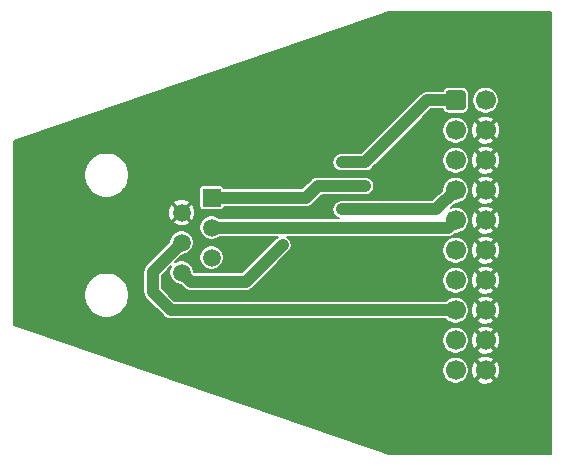
<source format=gbr>
G04 #@! TF.GenerationSoftware,KiCad,Pcbnew,5.1.6*
G04 #@! TF.CreationDate,2020-10-03T13:29:01+02:00*
G04 #@! TF.ProjectId,TagConnect2ARM,54616743-6f6e-46e6-9563-743241524d2e,rev?*
G04 #@! TF.SameCoordinates,Original*
G04 #@! TF.FileFunction,Copper,L1,Top*
G04 #@! TF.FilePolarity,Positive*
%FSLAX46Y46*%
G04 Gerber Fmt 4.6, Leading zero omitted, Abs format (unit mm)*
G04 Created by KiCad (PCBNEW 5.1.6) date 2020-10-03 13:29:01*
%MOMM*%
%LPD*%
G01*
G04 APERTURE LIST*
G04 #@! TA.AperFunction,ComponentPad*
%ADD10R,1.520000X1.520000*%
G04 #@! TD*
G04 #@! TA.AperFunction,ComponentPad*
%ADD11C,1.520000*%
G04 #@! TD*
G04 #@! TA.AperFunction,ComponentPad*
%ADD12C,1.700000*%
G04 #@! TD*
G04 #@! TA.AperFunction,ViaPad*
%ADD13C,1.000000*%
G04 #@! TD*
G04 #@! TA.AperFunction,Conductor*
%ADD14C,1.000000*%
G04 #@! TD*
G04 #@! TA.AperFunction,Conductor*
%ADD15C,0.160000*%
G04 #@! TD*
G04 APERTURE END LIST*
D10*
G04 #@! TO.P,J101,1*
G04 #@! TO.N,/Tag_Connect_Pin_6_SWO*
X130000000Y-104000000D03*
D11*
G04 #@! TO.P,J101,2*
G04 #@! TO.N,/Tag_Connect_Pin_5_GND*
X127460000Y-105270000D03*
G04 #@! TO.P,J101,3*
G04 #@! TO.N,/Tag_Connect_Pin_4_SWCLK*
X130000000Y-106540000D03*
G04 #@! TO.P,J101,4*
G04 #@! TO.N,/Tag_Connect_Pin_3_nRST*
X127460000Y-107810000D03*
G04 #@! TO.P,J101,5*
G04 #@! TO.N,/Tag_Connect_Pin_2_SWDIO*
X130000000Y-109080000D03*
G04 #@! TO.P,J101,6*
G04 #@! TO.N,/Tag_Connect_Pin_1_VTref*
X127460000Y-110350000D03*
G04 #@! TD*
D12*
G04 #@! TO.P,J102,20*
G04 #@! TO.N,/Tag_Connect_Pin_5_GND*
X153190000Y-118610000D03*
G04 #@! TO.P,J102,18*
X153190000Y-116070000D03*
G04 #@! TO.P,J102,16*
X153190000Y-113530000D03*
G04 #@! TO.P,J102,14*
X153190000Y-110990000D03*
G04 #@! TO.P,J102,12*
X153190000Y-108450000D03*
G04 #@! TO.P,J102,10*
X153190000Y-105910000D03*
G04 #@! TO.P,J102,8*
X153190000Y-103370000D03*
G04 #@! TO.P,J102,6*
X153190000Y-100830000D03*
G04 #@! TO.P,J102,4*
X153190000Y-98290000D03*
G04 #@! TO.P,J102,2*
G04 #@! TO.N,N/C*
X153190000Y-95750000D03*
G04 #@! TO.P,J102,19*
X150650000Y-118610000D03*
G04 #@! TO.P,J102,17*
X150650000Y-116070000D03*
G04 #@! TO.P,J102,15*
G04 #@! TO.N,/Tag_Connect_Pin_3_nRST*
X150650000Y-113530000D03*
G04 #@! TO.P,J102,13*
G04 #@! TO.N,/Tag_Connect_Pin_6_SWO*
X150650000Y-110990000D03*
G04 #@! TO.P,J102,11*
G04 #@! TO.N,N/C*
X150650000Y-108450000D03*
G04 #@! TO.P,J102,9*
G04 #@! TO.N,/Tag_Connect_Pin_4_SWCLK*
X150650000Y-105910000D03*
G04 #@! TO.P,J102,7*
G04 #@! TO.N,/Tag_Connect_Pin_2_SWDIO*
X150650000Y-103370000D03*
G04 #@! TO.P,J102,5*
G04 #@! TO.N,N/C*
X150650000Y-100830000D03*
G04 #@! TO.P,J102,3*
X150650000Y-98290000D03*
G04 #@! TO.P,J102,1*
G04 #@! TO.N,/Tag_Connect_Pin_1_VTref*
G04 #@! TA.AperFunction,ComponentPad*
G36*
G01*
X149800000Y-96350000D02*
X149800000Y-95150000D01*
G75*
G02*
X150050000Y-94900000I250000J0D01*
G01*
X151250000Y-94900000D01*
G75*
G02*
X151500000Y-95150000I0J-250000D01*
G01*
X151500000Y-96350000D01*
G75*
G02*
X151250000Y-96600000I-250000J0D01*
G01*
X150050000Y-96600000D01*
G75*
G02*
X149800000Y-96350000I0J250000D01*
G01*
G37*
G04 #@! TD.AperFunction*
G04 #@! TD*
D13*
G04 #@! TO.N,/Tag_Connect_Pin_1_VTref*
X136000000Y-108000000D03*
X143000000Y-101000000D03*
X135000000Y-109000000D03*
X141000000Y-101000000D03*
G04 #@! TO.N,/Tag_Connect_Pin_2_SWDIO*
X141000000Y-105000000D03*
X143000000Y-105000000D03*
G04 #@! TO.N,/Tag_Connect_Pin_6_SWO*
X143000000Y-103000000D03*
X141000000Y-103000000D03*
G04 #@! TD*
D14*
G04 #@! TO.N,/Tag_Connect_Pin_1_VTref*
X128219999Y-111109999D02*
X131890001Y-111109999D01*
X127460000Y-110350000D02*
X128219999Y-111109999D01*
X131890001Y-111109999D02*
X132890001Y-111109999D01*
X132890001Y-111109999D02*
X136000000Y-108000000D01*
X148250000Y-95750000D02*
X150650000Y-95750000D01*
X143000000Y-101000000D02*
X148250000Y-95750000D01*
X143000000Y-101000000D02*
X141000000Y-101000000D01*
G04 #@! TO.N,/Tag_Connect_Pin_3_nRST*
X127460000Y-107810000D02*
X125000000Y-110270000D01*
X125000000Y-110270000D02*
X125000000Y-112000000D01*
X126530000Y-113530000D02*
X150650000Y-113530000D01*
X125000000Y-112000000D02*
X126530000Y-113530000D01*
G04 #@! TO.N,/Tag_Connect_Pin_2_SWDIO*
X149020000Y-105000000D02*
X150650000Y-103370000D01*
X141000000Y-105000000D02*
X149020000Y-105000000D01*
G04 #@! TO.N,/Tag_Connect_Pin_4_SWCLK*
X150020000Y-106540000D02*
X150650000Y-105910000D01*
X130000000Y-106540000D02*
X150020000Y-106540000D01*
G04 #@! TO.N,/Tag_Connect_Pin_6_SWO*
X130000000Y-104000000D02*
X138000000Y-104000000D01*
X138000000Y-104000000D02*
X139000000Y-103000000D01*
X139000000Y-103000000D02*
X141000000Y-103000000D01*
X141000000Y-103000000D02*
X143000000Y-103000000D01*
G04 #@! TD*
D15*
G04 #@! TO.N,/Tag_Connect_Pin_5_GND*
G36*
X158700000Y-125700000D02*
G01*
X145050125Y-125700000D01*
X124100901Y-118498705D01*
X149520000Y-118498705D01*
X149520000Y-118721295D01*
X149563425Y-118939609D01*
X149648607Y-119145256D01*
X149772271Y-119330333D01*
X149929667Y-119487729D01*
X150114744Y-119611393D01*
X150320391Y-119696575D01*
X150538705Y-119740000D01*
X150761295Y-119740000D01*
X150979609Y-119696575D01*
X151185256Y-119611393D01*
X151370333Y-119487729D01*
X151393310Y-119464752D01*
X152434243Y-119464752D01*
X152521324Y-119649445D01*
X152736957Y-119759925D01*
X152970001Y-119826213D01*
X153211500Y-119845764D01*
X153452173Y-119817825D01*
X153682770Y-119743470D01*
X153858676Y-119649445D01*
X153945757Y-119464752D01*
X153190000Y-118708995D01*
X152434243Y-119464752D01*
X151393310Y-119464752D01*
X151527729Y-119330333D01*
X151651393Y-119145256D01*
X151736575Y-118939609D01*
X151780000Y-118721295D01*
X151780000Y-118631500D01*
X151954236Y-118631500D01*
X151982175Y-118872173D01*
X152056530Y-119102770D01*
X152150555Y-119278676D01*
X152335248Y-119365757D01*
X153091005Y-118610000D01*
X153288995Y-118610000D01*
X154044752Y-119365757D01*
X154229445Y-119278676D01*
X154339925Y-119063043D01*
X154406213Y-118829999D01*
X154425764Y-118588500D01*
X154397825Y-118347827D01*
X154323470Y-118117230D01*
X154229445Y-117941324D01*
X154044752Y-117854243D01*
X153288995Y-118610000D01*
X153091005Y-118610000D01*
X152335248Y-117854243D01*
X152150555Y-117941324D01*
X152040075Y-118156957D01*
X151973787Y-118390001D01*
X151954236Y-118631500D01*
X151780000Y-118631500D01*
X151780000Y-118498705D01*
X151736575Y-118280391D01*
X151651393Y-118074744D01*
X151527729Y-117889667D01*
X151393310Y-117755248D01*
X152434243Y-117755248D01*
X153190000Y-118511005D01*
X153945757Y-117755248D01*
X153858676Y-117570555D01*
X153643043Y-117460075D01*
X153409999Y-117393787D01*
X153168500Y-117374236D01*
X152927827Y-117402175D01*
X152697230Y-117476530D01*
X152521324Y-117570555D01*
X152434243Y-117755248D01*
X151393310Y-117755248D01*
X151370333Y-117732271D01*
X151185256Y-117608607D01*
X150979609Y-117523425D01*
X150761295Y-117480000D01*
X150538705Y-117480000D01*
X150320391Y-117523425D01*
X150114744Y-117608607D01*
X149929667Y-117732271D01*
X149772271Y-117889667D01*
X149648607Y-118074744D01*
X149563425Y-118280391D01*
X149520000Y-118498705D01*
X124100901Y-118498705D01*
X116711809Y-115958705D01*
X149520000Y-115958705D01*
X149520000Y-116181295D01*
X149563425Y-116399609D01*
X149648607Y-116605256D01*
X149772271Y-116790333D01*
X149929667Y-116947729D01*
X150114744Y-117071393D01*
X150320391Y-117156575D01*
X150538705Y-117200000D01*
X150761295Y-117200000D01*
X150979609Y-117156575D01*
X151185256Y-117071393D01*
X151370333Y-116947729D01*
X151393310Y-116924752D01*
X152434243Y-116924752D01*
X152521324Y-117109445D01*
X152736957Y-117219925D01*
X152970001Y-117286213D01*
X153211500Y-117305764D01*
X153452173Y-117277825D01*
X153682770Y-117203470D01*
X153858676Y-117109445D01*
X153945757Y-116924752D01*
X153190000Y-116168995D01*
X152434243Y-116924752D01*
X151393310Y-116924752D01*
X151527729Y-116790333D01*
X151651393Y-116605256D01*
X151736575Y-116399609D01*
X151780000Y-116181295D01*
X151780000Y-116091500D01*
X151954236Y-116091500D01*
X151982175Y-116332173D01*
X152056530Y-116562770D01*
X152150555Y-116738676D01*
X152335248Y-116825757D01*
X153091005Y-116070000D01*
X153288995Y-116070000D01*
X154044752Y-116825757D01*
X154229445Y-116738676D01*
X154339925Y-116523043D01*
X154406213Y-116289999D01*
X154425764Y-116048500D01*
X154397825Y-115807827D01*
X154323470Y-115577230D01*
X154229445Y-115401324D01*
X154044752Y-115314243D01*
X153288995Y-116070000D01*
X153091005Y-116070000D01*
X152335248Y-115314243D01*
X152150555Y-115401324D01*
X152040075Y-115616957D01*
X151973787Y-115850001D01*
X151954236Y-116091500D01*
X151780000Y-116091500D01*
X151780000Y-115958705D01*
X151736575Y-115740391D01*
X151651393Y-115534744D01*
X151527729Y-115349667D01*
X151393310Y-115215248D01*
X152434243Y-115215248D01*
X153190000Y-115971005D01*
X153945757Y-115215248D01*
X153858676Y-115030555D01*
X153643043Y-114920075D01*
X153409999Y-114853787D01*
X153168500Y-114834236D01*
X152927827Y-114862175D01*
X152697230Y-114936530D01*
X152521324Y-115030555D01*
X152434243Y-115215248D01*
X151393310Y-115215248D01*
X151370333Y-115192271D01*
X151185256Y-115068607D01*
X150979609Y-114983425D01*
X150761295Y-114940000D01*
X150538705Y-114940000D01*
X150320391Y-114983425D01*
X150114744Y-115068607D01*
X149929667Y-115192271D01*
X149772271Y-115349667D01*
X149648607Y-115534744D01*
X149563425Y-115740391D01*
X149520000Y-115958705D01*
X116711809Y-115958705D01*
X113300000Y-114785896D01*
X113300000Y-112062374D01*
X119205000Y-112062374D01*
X119205000Y-112437626D01*
X119278209Y-112805668D01*
X119421811Y-113152356D01*
X119630290Y-113464366D01*
X119895634Y-113729710D01*
X120207644Y-113938189D01*
X120554332Y-114081791D01*
X120922374Y-114155000D01*
X121297626Y-114155000D01*
X121665668Y-114081791D01*
X122012356Y-113938189D01*
X122324366Y-113729710D01*
X122589710Y-113464366D01*
X122798189Y-113152356D01*
X122941791Y-112805668D01*
X123015000Y-112437626D01*
X123015000Y-112062374D01*
X122941791Y-111694332D01*
X122798189Y-111347644D01*
X122589710Y-111035634D01*
X122324366Y-110770290D01*
X122012356Y-110561811D01*
X121665668Y-110418209D01*
X121297626Y-110345000D01*
X120922374Y-110345000D01*
X120554332Y-110418209D01*
X120207644Y-110561811D01*
X119895634Y-110770290D01*
X119630290Y-111035634D01*
X119421811Y-111347644D01*
X119278209Y-111694332D01*
X119205000Y-112062374D01*
X113300000Y-112062374D01*
X113300000Y-110270000D01*
X124216226Y-110270000D01*
X124220000Y-110308318D01*
X124220001Y-111961672D01*
X124216226Y-112000000D01*
X124231286Y-112152906D01*
X124275888Y-112299937D01*
X124329373Y-112400000D01*
X124348317Y-112435442D01*
X124445789Y-112554212D01*
X124475551Y-112578637D01*
X125951363Y-114054450D01*
X125975788Y-114084212D01*
X126094558Y-114181684D01*
X126230063Y-114254113D01*
X126377093Y-114298714D01*
X126530000Y-114313774D01*
X126568318Y-114310000D01*
X149831938Y-114310000D01*
X149929667Y-114407729D01*
X150114744Y-114531393D01*
X150320391Y-114616575D01*
X150538705Y-114660000D01*
X150761295Y-114660000D01*
X150979609Y-114616575D01*
X151185256Y-114531393D01*
X151370333Y-114407729D01*
X151393310Y-114384752D01*
X152434243Y-114384752D01*
X152521324Y-114569445D01*
X152736957Y-114679925D01*
X152970001Y-114746213D01*
X153211500Y-114765764D01*
X153452173Y-114737825D01*
X153682770Y-114663470D01*
X153858676Y-114569445D01*
X153945757Y-114384752D01*
X153190000Y-113628995D01*
X152434243Y-114384752D01*
X151393310Y-114384752D01*
X151527729Y-114250333D01*
X151651393Y-114065256D01*
X151736575Y-113859609D01*
X151780000Y-113641295D01*
X151780000Y-113551500D01*
X151954236Y-113551500D01*
X151982175Y-113792173D01*
X152056530Y-114022770D01*
X152150555Y-114198676D01*
X152335248Y-114285757D01*
X153091005Y-113530000D01*
X153288995Y-113530000D01*
X154044752Y-114285757D01*
X154229445Y-114198676D01*
X154339925Y-113983043D01*
X154406213Y-113749999D01*
X154425764Y-113508500D01*
X154397825Y-113267827D01*
X154323470Y-113037230D01*
X154229445Y-112861324D01*
X154044752Y-112774243D01*
X153288995Y-113530000D01*
X153091005Y-113530000D01*
X152335248Y-112774243D01*
X152150555Y-112861324D01*
X152040075Y-113076957D01*
X151973787Y-113310001D01*
X151954236Y-113551500D01*
X151780000Y-113551500D01*
X151780000Y-113418705D01*
X151736575Y-113200391D01*
X151651393Y-112994744D01*
X151527729Y-112809667D01*
X151393310Y-112675248D01*
X152434243Y-112675248D01*
X153190000Y-113431005D01*
X153945757Y-112675248D01*
X153858676Y-112490555D01*
X153643043Y-112380075D01*
X153409999Y-112313787D01*
X153168500Y-112294236D01*
X152927827Y-112322175D01*
X152697230Y-112396530D01*
X152521324Y-112490555D01*
X152434243Y-112675248D01*
X151393310Y-112675248D01*
X151370333Y-112652271D01*
X151185256Y-112528607D01*
X150979609Y-112443425D01*
X150761295Y-112400000D01*
X150538705Y-112400000D01*
X150320391Y-112443425D01*
X150114744Y-112528607D01*
X149929667Y-112652271D01*
X149831938Y-112750000D01*
X126853087Y-112750000D01*
X125780000Y-111676914D01*
X125780000Y-110593086D01*
X126583980Y-109789106D01*
X126538364Y-109857375D01*
X126459967Y-110046643D01*
X126420000Y-110247569D01*
X126420000Y-110452431D01*
X126459967Y-110653357D01*
X126538364Y-110842625D01*
X126652179Y-111012961D01*
X126797039Y-111157821D01*
X126967375Y-111271636D01*
X127156643Y-111350033D01*
X127357569Y-111390000D01*
X127396913Y-111390000D01*
X127641361Y-111634448D01*
X127665787Y-111664211D01*
X127695549Y-111688636D01*
X127695550Y-111688637D01*
X127709473Y-111700063D01*
X127784557Y-111761683D01*
X127920062Y-111834112D01*
X128030883Y-111867729D01*
X128067092Y-111878713D01*
X128219999Y-111893773D01*
X128258317Y-111889999D01*
X132851683Y-111889999D01*
X132890001Y-111893773D01*
X132928319Y-111889999D01*
X133042908Y-111878713D01*
X133189938Y-111834112D01*
X133325443Y-111761683D01*
X133444213Y-111664211D01*
X133468643Y-111634443D01*
X134224381Y-110878705D01*
X149520000Y-110878705D01*
X149520000Y-111101295D01*
X149563425Y-111319609D01*
X149648607Y-111525256D01*
X149772271Y-111710333D01*
X149929667Y-111867729D01*
X150114744Y-111991393D01*
X150320391Y-112076575D01*
X150538705Y-112120000D01*
X150761295Y-112120000D01*
X150979609Y-112076575D01*
X151185256Y-111991393D01*
X151370333Y-111867729D01*
X151393310Y-111844752D01*
X152434243Y-111844752D01*
X152521324Y-112029445D01*
X152736957Y-112139925D01*
X152970001Y-112206213D01*
X153211500Y-112225764D01*
X153452173Y-112197825D01*
X153682770Y-112123470D01*
X153858676Y-112029445D01*
X153945757Y-111844752D01*
X153190000Y-111088995D01*
X152434243Y-111844752D01*
X151393310Y-111844752D01*
X151527729Y-111710333D01*
X151651393Y-111525256D01*
X151736575Y-111319609D01*
X151780000Y-111101295D01*
X151780000Y-111011500D01*
X151954236Y-111011500D01*
X151982175Y-111252173D01*
X152056530Y-111482770D01*
X152150555Y-111658676D01*
X152335248Y-111745757D01*
X153091005Y-110990000D01*
X153288995Y-110990000D01*
X154044752Y-111745757D01*
X154229445Y-111658676D01*
X154339925Y-111443043D01*
X154406213Y-111209999D01*
X154425764Y-110968500D01*
X154397825Y-110727827D01*
X154323470Y-110497230D01*
X154229445Y-110321324D01*
X154044752Y-110234243D01*
X153288995Y-110990000D01*
X153091005Y-110990000D01*
X152335248Y-110234243D01*
X152150555Y-110321324D01*
X152040075Y-110536957D01*
X151973787Y-110770001D01*
X151954236Y-111011500D01*
X151780000Y-111011500D01*
X151780000Y-110878705D01*
X151736575Y-110660391D01*
X151651393Y-110454744D01*
X151527729Y-110269667D01*
X151393310Y-110135248D01*
X152434243Y-110135248D01*
X153190000Y-110891005D01*
X153945757Y-110135248D01*
X153858676Y-109950555D01*
X153643043Y-109840075D01*
X153409999Y-109773787D01*
X153168500Y-109754236D01*
X152927827Y-109782175D01*
X152697230Y-109856530D01*
X152521324Y-109950555D01*
X152434243Y-110135248D01*
X151393310Y-110135248D01*
X151370333Y-110112271D01*
X151185256Y-109988607D01*
X150979609Y-109903425D01*
X150761295Y-109860000D01*
X150538705Y-109860000D01*
X150320391Y-109903425D01*
X150114744Y-109988607D01*
X149929667Y-110112271D01*
X149772271Y-110269667D01*
X149648607Y-110454744D01*
X149563425Y-110660391D01*
X149520000Y-110878705D01*
X134224381Y-110878705D01*
X136578638Y-108524449D01*
X136578643Y-108524443D01*
X136605865Y-108497221D01*
X136627255Y-108465209D01*
X136651684Y-108435442D01*
X136669834Y-108401486D01*
X136691227Y-108369469D01*
X136703969Y-108338705D01*
X149520000Y-108338705D01*
X149520000Y-108561295D01*
X149563425Y-108779609D01*
X149648607Y-108985256D01*
X149772271Y-109170333D01*
X149929667Y-109327729D01*
X150114744Y-109451393D01*
X150320391Y-109536575D01*
X150538705Y-109580000D01*
X150761295Y-109580000D01*
X150979609Y-109536575D01*
X151185256Y-109451393D01*
X151370333Y-109327729D01*
X151393310Y-109304752D01*
X152434243Y-109304752D01*
X152521324Y-109489445D01*
X152736957Y-109599925D01*
X152970001Y-109666213D01*
X153211500Y-109685764D01*
X153452173Y-109657825D01*
X153682770Y-109583470D01*
X153858676Y-109489445D01*
X153945757Y-109304752D01*
X153190000Y-108548995D01*
X152434243Y-109304752D01*
X151393310Y-109304752D01*
X151527729Y-109170333D01*
X151651393Y-108985256D01*
X151736575Y-108779609D01*
X151780000Y-108561295D01*
X151780000Y-108471500D01*
X151954236Y-108471500D01*
X151982175Y-108712173D01*
X152056530Y-108942770D01*
X152150555Y-109118676D01*
X152335248Y-109205757D01*
X153091005Y-108450000D01*
X153288995Y-108450000D01*
X154044752Y-109205757D01*
X154229445Y-109118676D01*
X154339925Y-108903043D01*
X154406213Y-108669999D01*
X154425764Y-108428500D01*
X154397825Y-108187827D01*
X154323470Y-107957230D01*
X154229445Y-107781324D01*
X154044752Y-107694243D01*
X153288995Y-108450000D01*
X153091005Y-108450000D01*
X152335248Y-107694243D01*
X152150555Y-107781324D01*
X152040075Y-107996957D01*
X151973787Y-108230001D01*
X151954236Y-108471500D01*
X151780000Y-108471500D01*
X151780000Y-108338705D01*
X151736575Y-108120391D01*
X151651393Y-107914744D01*
X151527729Y-107729667D01*
X151393310Y-107595248D01*
X152434243Y-107595248D01*
X153190000Y-108351005D01*
X153945757Y-107595248D01*
X153858676Y-107410555D01*
X153643043Y-107300075D01*
X153409999Y-107233787D01*
X153168500Y-107214236D01*
X152927827Y-107242175D01*
X152697230Y-107316530D01*
X152521324Y-107410555D01*
X152434243Y-107595248D01*
X151393310Y-107595248D01*
X151370333Y-107572271D01*
X151185256Y-107448607D01*
X150979609Y-107363425D01*
X150761295Y-107320000D01*
X150538705Y-107320000D01*
X150320391Y-107363425D01*
X150114744Y-107448607D01*
X149929667Y-107572271D01*
X149772271Y-107729667D01*
X149648607Y-107914744D01*
X149563425Y-108120391D01*
X149520000Y-108338705D01*
X136703969Y-108338705D01*
X136705964Y-108333891D01*
X136724112Y-108299938D01*
X136735288Y-108263097D01*
X136750025Y-108227518D01*
X136757537Y-108189751D01*
X136768714Y-108152907D01*
X136772488Y-108114588D01*
X136780000Y-108076823D01*
X136780000Y-108038318D01*
X136783774Y-108000000D01*
X136780000Y-107961682D01*
X136780000Y-107923177D01*
X136772488Y-107885411D01*
X136768714Y-107847094D01*
X136757538Y-107810252D01*
X136750025Y-107772482D01*
X136735287Y-107736901D01*
X136724112Y-107700063D01*
X136705966Y-107666114D01*
X136691227Y-107630531D01*
X136669831Y-107598510D01*
X136651684Y-107564559D01*
X136627258Y-107534796D01*
X136605865Y-107502779D01*
X136578641Y-107475555D01*
X136554212Y-107445788D01*
X136524445Y-107421359D01*
X136497221Y-107394135D01*
X136465204Y-107372742D01*
X136435441Y-107348316D01*
X136401490Y-107330169D01*
X136386271Y-107320000D01*
X149981682Y-107320000D01*
X150020000Y-107323774D01*
X150058318Y-107320000D01*
X150172907Y-107308714D01*
X150319937Y-107264113D01*
X150455442Y-107191684D01*
X150574212Y-107094212D01*
X150598641Y-107064445D01*
X150623086Y-107040000D01*
X150761295Y-107040000D01*
X150979609Y-106996575D01*
X151185256Y-106911393D01*
X151370333Y-106787729D01*
X151393310Y-106764752D01*
X152434243Y-106764752D01*
X152521324Y-106949445D01*
X152736957Y-107059925D01*
X152970001Y-107126213D01*
X153211500Y-107145764D01*
X153452173Y-107117825D01*
X153682770Y-107043470D01*
X153858676Y-106949445D01*
X153945757Y-106764752D01*
X153190000Y-106008995D01*
X152434243Y-106764752D01*
X151393310Y-106764752D01*
X151527729Y-106630333D01*
X151651393Y-106445256D01*
X151736575Y-106239609D01*
X151780000Y-106021295D01*
X151780000Y-105931500D01*
X151954236Y-105931500D01*
X151982175Y-106172173D01*
X152056530Y-106402770D01*
X152150555Y-106578676D01*
X152335248Y-106665757D01*
X153091005Y-105910000D01*
X153288995Y-105910000D01*
X154044752Y-106665757D01*
X154229445Y-106578676D01*
X154339925Y-106363043D01*
X154406213Y-106129999D01*
X154425764Y-105888500D01*
X154397825Y-105647827D01*
X154323470Y-105417230D01*
X154229445Y-105241324D01*
X154044752Y-105154243D01*
X153288995Y-105910000D01*
X153091005Y-105910000D01*
X152335248Y-105154243D01*
X152150555Y-105241324D01*
X152040075Y-105456957D01*
X151973787Y-105690001D01*
X151954236Y-105931500D01*
X151780000Y-105931500D01*
X151780000Y-105798705D01*
X151736575Y-105580391D01*
X151651393Y-105374744D01*
X151527729Y-105189667D01*
X151393310Y-105055248D01*
X152434243Y-105055248D01*
X153190000Y-105811005D01*
X153945757Y-105055248D01*
X153858676Y-104870555D01*
X153643043Y-104760075D01*
X153409999Y-104693787D01*
X153168500Y-104674236D01*
X152927827Y-104702175D01*
X152697230Y-104776530D01*
X152521324Y-104870555D01*
X152434243Y-105055248D01*
X151393310Y-105055248D01*
X151370333Y-105032271D01*
X151185256Y-104908607D01*
X150979609Y-104823425D01*
X150761295Y-104780000D01*
X150538705Y-104780000D01*
X150320391Y-104823425D01*
X150285003Y-104838083D01*
X150623087Y-104500000D01*
X150761295Y-104500000D01*
X150979609Y-104456575D01*
X151185256Y-104371393D01*
X151370333Y-104247729D01*
X151393310Y-104224752D01*
X152434243Y-104224752D01*
X152521324Y-104409445D01*
X152736957Y-104519925D01*
X152970001Y-104586213D01*
X153211500Y-104605764D01*
X153452173Y-104577825D01*
X153682770Y-104503470D01*
X153858676Y-104409445D01*
X153945757Y-104224752D01*
X153190000Y-103468995D01*
X152434243Y-104224752D01*
X151393310Y-104224752D01*
X151527729Y-104090333D01*
X151651393Y-103905256D01*
X151736575Y-103699609D01*
X151780000Y-103481295D01*
X151780000Y-103391500D01*
X151954236Y-103391500D01*
X151982175Y-103632173D01*
X152056530Y-103862770D01*
X152150555Y-104038676D01*
X152335248Y-104125757D01*
X153091005Y-103370000D01*
X153288995Y-103370000D01*
X154044752Y-104125757D01*
X154229445Y-104038676D01*
X154339925Y-103823043D01*
X154406213Y-103589999D01*
X154425764Y-103348500D01*
X154397825Y-103107827D01*
X154323470Y-102877230D01*
X154229445Y-102701324D01*
X154044752Y-102614243D01*
X153288995Y-103370000D01*
X153091005Y-103370000D01*
X152335248Y-102614243D01*
X152150555Y-102701324D01*
X152040075Y-102916957D01*
X151973787Y-103150001D01*
X151954236Y-103391500D01*
X151780000Y-103391500D01*
X151780000Y-103258705D01*
X151736575Y-103040391D01*
X151651393Y-102834744D01*
X151527729Y-102649667D01*
X151393310Y-102515248D01*
X152434243Y-102515248D01*
X153190000Y-103271005D01*
X153945757Y-102515248D01*
X153858676Y-102330555D01*
X153643043Y-102220075D01*
X153409999Y-102153787D01*
X153168500Y-102134236D01*
X152927827Y-102162175D01*
X152697230Y-102236530D01*
X152521324Y-102330555D01*
X152434243Y-102515248D01*
X151393310Y-102515248D01*
X151370333Y-102492271D01*
X151185256Y-102368607D01*
X150979609Y-102283425D01*
X150761295Y-102240000D01*
X150538705Y-102240000D01*
X150320391Y-102283425D01*
X150114744Y-102368607D01*
X149929667Y-102492271D01*
X149772271Y-102649667D01*
X149648607Y-102834744D01*
X149563425Y-103040391D01*
X149520000Y-103258705D01*
X149520000Y-103396913D01*
X148696914Y-104220000D01*
X140923177Y-104220000D01*
X140885412Y-104227512D01*
X140847093Y-104231286D01*
X140810247Y-104242463D01*
X140772482Y-104249975D01*
X140736908Y-104264710D01*
X140700063Y-104275887D01*
X140666106Y-104294037D01*
X140630531Y-104308773D01*
X140598515Y-104330165D01*
X140564558Y-104348316D01*
X140534792Y-104372745D01*
X140502779Y-104394135D01*
X140475556Y-104421358D01*
X140445788Y-104445788D01*
X140421358Y-104475556D01*
X140394135Y-104502779D01*
X140372745Y-104534792D01*
X140348316Y-104564558D01*
X140330165Y-104598515D01*
X140308773Y-104630531D01*
X140294037Y-104666106D01*
X140275887Y-104700063D01*
X140264710Y-104736908D01*
X140249975Y-104772482D01*
X140242463Y-104810247D01*
X140231286Y-104847093D01*
X140227512Y-104885412D01*
X140220000Y-104923177D01*
X140220000Y-104961682D01*
X140216226Y-105000000D01*
X140220000Y-105038318D01*
X140220000Y-105076823D01*
X140227512Y-105114588D01*
X140231286Y-105152907D01*
X140242463Y-105189753D01*
X140249975Y-105227518D01*
X140264710Y-105263092D01*
X140275887Y-105299937D01*
X140294037Y-105333894D01*
X140308773Y-105369469D01*
X140330165Y-105401485D01*
X140348316Y-105435442D01*
X140372745Y-105465208D01*
X140394135Y-105497221D01*
X140421358Y-105524444D01*
X140445788Y-105554212D01*
X140475556Y-105578642D01*
X140502779Y-105605865D01*
X140534792Y-105627255D01*
X140564558Y-105651684D01*
X140598515Y-105669835D01*
X140630531Y-105691227D01*
X140666106Y-105705963D01*
X140700063Y-105724113D01*
X140736908Y-105735290D01*
X140772482Y-105750025D01*
X140810247Y-105757537D01*
X140818367Y-105760000D01*
X130690782Y-105760000D01*
X130662961Y-105732179D01*
X130492625Y-105618364D01*
X130303357Y-105539967D01*
X130102431Y-105500000D01*
X129897569Y-105500000D01*
X129696643Y-105539967D01*
X129507375Y-105618364D01*
X129337039Y-105732179D01*
X129192179Y-105877039D01*
X129078364Y-106047375D01*
X128999967Y-106236643D01*
X128960000Y-106437569D01*
X128960000Y-106642431D01*
X128999967Y-106843357D01*
X129078364Y-107032625D01*
X129192179Y-107202961D01*
X129337039Y-107347821D01*
X129507375Y-107461636D01*
X129696643Y-107540033D01*
X129897569Y-107580000D01*
X130102431Y-107580000D01*
X130303357Y-107540033D01*
X130492625Y-107461636D01*
X130662961Y-107347821D01*
X130690782Y-107320000D01*
X135613729Y-107320000D01*
X135598514Y-107330166D01*
X135564558Y-107348316D01*
X135534791Y-107372745D01*
X135502779Y-107394135D01*
X135475557Y-107421357D01*
X135475551Y-107421362D01*
X132566915Y-110329999D01*
X128543086Y-110329999D01*
X128500000Y-110286913D01*
X128500000Y-110247569D01*
X128460033Y-110046643D01*
X128381636Y-109857375D01*
X128267821Y-109687039D01*
X128122961Y-109542179D01*
X127952625Y-109428364D01*
X127763357Y-109349967D01*
X127562431Y-109310000D01*
X127357569Y-109310000D01*
X127156643Y-109349967D01*
X126967375Y-109428364D01*
X126899106Y-109473980D01*
X127395517Y-108977569D01*
X128960000Y-108977569D01*
X128960000Y-109182431D01*
X128999967Y-109383357D01*
X129078364Y-109572625D01*
X129192179Y-109742961D01*
X129337039Y-109887821D01*
X129507375Y-110001636D01*
X129696643Y-110080033D01*
X129897569Y-110120000D01*
X130102431Y-110120000D01*
X130303357Y-110080033D01*
X130492625Y-110001636D01*
X130662961Y-109887821D01*
X130807821Y-109742961D01*
X130921636Y-109572625D01*
X131000033Y-109383357D01*
X131040000Y-109182431D01*
X131040000Y-108977569D01*
X131000033Y-108776643D01*
X130921636Y-108587375D01*
X130807821Y-108417039D01*
X130662961Y-108272179D01*
X130492625Y-108158364D01*
X130303357Y-108079967D01*
X130102431Y-108040000D01*
X129897569Y-108040000D01*
X129696643Y-108079967D01*
X129507375Y-108158364D01*
X129337039Y-108272179D01*
X129192179Y-108417039D01*
X129078364Y-108587375D01*
X128999967Y-108776643D01*
X128960000Y-108977569D01*
X127395517Y-108977569D01*
X127523086Y-108850000D01*
X127562431Y-108850000D01*
X127763357Y-108810033D01*
X127952625Y-108731636D01*
X128122961Y-108617821D01*
X128267821Y-108472961D01*
X128381636Y-108302625D01*
X128460033Y-108113357D01*
X128500000Y-107912431D01*
X128500000Y-107707569D01*
X128460033Y-107506643D01*
X128381636Y-107317375D01*
X128267821Y-107147039D01*
X128122961Y-107002179D01*
X127952625Y-106888364D01*
X127763357Y-106809967D01*
X127562431Y-106770000D01*
X127357569Y-106770000D01*
X127156643Y-106809967D01*
X126967375Y-106888364D01*
X126797039Y-107002179D01*
X126652179Y-107147039D01*
X126538364Y-107317375D01*
X126459967Y-107506643D01*
X126420000Y-107707569D01*
X126420000Y-107746914D01*
X124475556Y-109691358D01*
X124445788Y-109715788D01*
X124348316Y-109834559D01*
X124275887Y-109970064D01*
X124266310Y-110001636D01*
X124231286Y-110117094D01*
X124216226Y-110270000D01*
X113300000Y-110270000D01*
X113300000Y-106060673D01*
X126768322Y-106060673D01*
X126844572Y-106236155D01*
X127044884Y-106337655D01*
X127261150Y-106398125D01*
X127485058Y-106415242D01*
X127708001Y-106388348D01*
X127921415Y-106318477D01*
X128075428Y-106236155D01*
X128151678Y-106060673D01*
X127460000Y-105368995D01*
X126768322Y-106060673D01*
X113300000Y-106060673D01*
X113300000Y-105295058D01*
X126314758Y-105295058D01*
X126341652Y-105518001D01*
X126411523Y-105731415D01*
X126493845Y-105885428D01*
X126669327Y-105961678D01*
X127361005Y-105270000D01*
X127558995Y-105270000D01*
X128250673Y-105961678D01*
X128426155Y-105885428D01*
X128527655Y-105685116D01*
X128588125Y-105468850D01*
X128605242Y-105244942D01*
X128578348Y-105021999D01*
X128508477Y-104808585D01*
X128426155Y-104654572D01*
X128250673Y-104578322D01*
X127558995Y-105270000D01*
X127361005Y-105270000D01*
X126669327Y-104578322D01*
X126493845Y-104654572D01*
X126392345Y-104854884D01*
X126331875Y-105071150D01*
X126314758Y-105295058D01*
X113300000Y-105295058D01*
X113300000Y-104479327D01*
X126768322Y-104479327D01*
X127460000Y-105171005D01*
X128151678Y-104479327D01*
X128075428Y-104303845D01*
X127875116Y-104202345D01*
X127658850Y-104141875D01*
X127434942Y-104124758D01*
X127211999Y-104151652D01*
X126998585Y-104221523D01*
X126844572Y-104303845D01*
X126768322Y-104479327D01*
X113300000Y-104479327D01*
X113300000Y-101902374D01*
X119205000Y-101902374D01*
X119205000Y-102277626D01*
X119278209Y-102645668D01*
X119421811Y-102992356D01*
X119630290Y-103304366D01*
X119895634Y-103569710D01*
X120207644Y-103778189D01*
X120554332Y-103921791D01*
X120922374Y-103995000D01*
X121297626Y-103995000D01*
X121665668Y-103921791D01*
X122012356Y-103778189D01*
X122324366Y-103569710D01*
X122589710Y-103304366D01*
X122632718Y-103240000D01*
X128958646Y-103240000D01*
X128958646Y-104760000D01*
X128964052Y-104814889D01*
X128980063Y-104867670D01*
X129006063Y-104916312D01*
X129041053Y-104958947D01*
X129083688Y-104993937D01*
X129132330Y-105019937D01*
X129185111Y-105035948D01*
X129240000Y-105041354D01*
X130760000Y-105041354D01*
X130814889Y-105035948D01*
X130867670Y-105019937D01*
X130916312Y-104993937D01*
X130958947Y-104958947D01*
X130993937Y-104916312D01*
X131019937Y-104867670D01*
X131035948Y-104814889D01*
X131039384Y-104780000D01*
X137961682Y-104780000D01*
X138000000Y-104783774D01*
X138038318Y-104780000D01*
X138152907Y-104768714D01*
X138299937Y-104724113D01*
X138435442Y-104651684D01*
X138554212Y-104554212D01*
X138578642Y-104524445D01*
X139323087Y-103780000D01*
X143076823Y-103780000D01*
X143114588Y-103772488D01*
X143152907Y-103768714D01*
X143189753Y-103757537D01*
X143227518Y-103750025D01*
X143263092Y-103735290D01*
X143299937Y-103724113D01*
X143333894Y-103705963D01*
X143369469Y-103691227D01*
X143401485Y-103669835D01*
X143435442Y-103651684D01*
X143465208Y-103627255D01*
X143497221Y-103605865D01*
X143524444Y-103578642D01*
X143554212Y-103554212D01*
X143578642Y-103524444D01*
X143605865Y-103497221D01*
X143627255Y-103465208D01*
X143651684Y-103435442D01*
X143669835Y-103401485D01*
X143691227Y-103369469D01*
X143705963Y-103333894D01*
X143724113Y-103299937D01*
X143735290Y-103263092D01*
X143750025Y-103227518D01*
X143757537Y-103189753D01*
X143768714Y-103152907D01*
X143772488Y-103114588D01*
X143780000Y-103076823D01*
X143780000Y-103038318D01*
X143783774Y-103000000D01*
X143780000Y-102961682D01*
X143780000Y-102923177D01*
X143772488Y-102885412D01*
X143768714Y-102847093D01*
X143757537Y-102810247D01*
X143750025Y-102772482D01*
X143735290Y-102736908D01*
X143724113Y-102700063D01*
X143705963Y-102666106D01*
X143691227Y-102630531D01*
X143669835Y-102598515D01*
X143651684Y-102564558D01*
X143627255Y-102534792D01*
X143605865Y-102502779D01*
X143578642Y-102475556D01*
X143554212Y-102445788D01*
X143524444Y-102421358D01*
X143497221Y-102394135D01*
X143465208Y-102372745D01*
X143435442Y-102348316D01*
X143401485Y-102330165D01*
X143369469Y-102308773D01*
X143333894Y-102294037D01*
X143299937Y-102275887D01*
X143263092Y-102264710D01*
X143227518Y-102249975D01*
X143189753Y-102242463D01*
X143152907Y-102231286D01*
X143114588Y-102227512D01*
X143076823Y-102220000D01*
X139038318Y-102220000D01*
X139000000Y-102216226D01*
X138961682Y-102220000D01*
X138847093Y-102231286D01*
X138818367Y-102240000D01*
X138700062Y-102275887D01*
X138685960Y-102283425D01*
X138564558Y-102348316D01*
X138445788Y-102445788D01*
X138421363Y-102475550D01*
X137676914Y-103220000D01*
X131039384Y-103220000D01*
X131035948Y-103185111D01*
X131019937Y-103132330D01*
X130993937Y-103083688D01*
X130958947Y-103041053D01*
X130916312Y-103006063D01*
X130867670Y-102980063D01*
X130814889Y-102964052D01*
X130760000Y-102958646D01*
X129240000Y-102958646D01*
X129185111Y-102964052D01*
X129132330Y-102980063D01*
X129083688Y-103006063D01*
X129041053Y-103041053D01*
X129006063Y-103083688D01*
X128980063Y-103132330D01*
X128964052Y-103185111D01*
X128958646Y-103240000D01*
X122632718Y-103240000D01*
X122798189Y-102992356D01*
X122941791Y-102645668D01*
X123015000Y-102277626D01*
X123015000Y-101902374D01*
X122941791Y-101534332D01*
X122798189Y-101187644D01*
X122672809Y-101000000D01*
X140216226Y-101000000D01*
X140220000Y-101038318D01*
X140220000Y-101076823D01*
X140227512Y-101114588D01*
X140231286Y-101152907D01*
X140242463Y-101189753D01*
X140249975Y-101227518D01*
X140264710Y-101263092D01*
X140275887Y-101299937D01*
X140294037Y-101333894D01*
X140308773Y-101369469D01*
X140330165Y-101401485D01*
X140348316Y-101435442D01*
X140372745Y-101465208D01*
X140394135Y-101497221D01*
X140421358Y-101524444D01*
X140445788Y-101554212D01*
X140475556Y-101578642D01*
X140502779Y-101605865D01*
X140534792Y-101627255D01*
X140564558Y-101651684D01*
X140598515Y-101669835D01*
X140630531Y-101691227D01*
X140666106Y-101705963D01*
X140700063Y-101724113D01*
X140736908Y-101735290D01*
X140772482Y-101750025D01*
X140810247Y-101757537D01*
X140847093Y-101768714D01*
X140885412Y-101772488D01*
X140923177Y-101780000D01*
X142961682Y-101780000D01*
X143000000Y-101783774D01*
X143038318Y-101780000D01*
X143076823Y-101780000D01*
X143114588Y-101772488D01*
X143152907Y-101768714D01*
X143189753Y-101757537D01*
X143227518Y-101750025D01*
X143263092Y-101735290D01*
X143299937Y-101724113D01*
X143333894Y-101705963D01*
X143369469Y-101691227D01*
X143401485Y-101669835D01*
X143435442Y-101651684D01*
X143465208Y-101627255D01*
X143497221Y-101605865D01*
X143524444Y-101578642D01*
X143554212Y-101554212D01*
X143578642Y-101524444D01*
X143605865Y-101497221D01*
X144384381Y-100718705D01*
X149520000Y-100718705D01*
X149520000Y-100941295D01*
X149563425Y-101159609D01*
X149648607Y-101365256D01*
X149772271Y-101550333D01*
X149929667Y-101707729D01*
X150114744Y-101831393D01*
X150320391Y-101916575D01*
X150538705Y-101960000D01*
X150761295Y-101960000D01*
X150979609Y-101916575D01*
X151185256Y-101831393D01*
X151370333Y-101707729D01*
X151393310Y-101684752D01*
X152434243Y-101684752D01*
X152521324Y-101869445D01*
X152736957Y-101979925D01*
X152970001Y-102046213D01*
X153211500Y-102065764D01*
X153452173Y-102037825D01*
X153682770Y-101963470D01*
X153858676Y-101869445D01*
X153945757Y-101684752D01*
X153190000Y-100928995D01*
X152434243Y-101684752D01*
X151393310Y-101684752D01*
X151527729Y-101550333D01*
X151651393Y-101365256D01*
X151736575Y-101159609D01*
X151780000Y-100941295D01*
X151780000Y-100851500D01*
X151954236Y-100851500D01*
X151982175Y-101092173D01*
X152056530Y-101322770D01*
X152150555Y-101498676D01*
X152335248Y-101585757D01*
X153091005Y-100830000D01*
X153288995Y-100830000D01*
X154044752Y-101585757D01*
X154229445Y-101498676D01*
X154339925Y-101283043D01*
X154406213Y-101049999D01*
X154425764Y-100808500D01*
X154397825Y-100567827D01*
X154323470Y-100337230D01*
X154229445Y-100161324D01*
X154044752Y-100074243D01*
X153288995Y-100830000D01*
X153091005Y-100830000D01*
X152335248Y-100074243D01*
X152150555Y-100161324D01*
X152040075Y-100376957D01*
X151973787Y-100610001D01*
X151954236Y-100851500D01*
X151780000Y-100851500D01*
X151780000Y-100718705D01*
X151736575Y-100500391D01*
X151651393Y-100294744D01*
X151527729Y-100109667D01*
X151393310Y-99975248D01*
X152434243Y-99975248D01*
X153190000Y-100731005D01*
X153945757Y-99975248D01*
X153858676Y-99790555D01*
X153643043Y-99680075D01*
X153409999Y-99613787D01*
X153168500Y-99594236D01*
X152927827Y-99622175D01*
X152697230Y-99696530D01*
X152521324Y-99790555D01*
X152434243Y-99975248D01*
X151393310Y-99975248D01*
X151370333Y-99952271D01*
X151185256Y-99828607D01*
X150979609Y-99743425D01*
X150761295Y-99700000D01*
X150538705Y-99700000D01*
X150320391Y-99743425D01*
X150114744Y-99828607D01*
X149929667Y-99952271D01*
X149772271Y-100109667D01*
X149648607Y-100294744D01*
X149563425Y-100500391D01*
X149520000Y-100718705D01*
X144384381Y-100718705D01*
X146924381Y-98178705D01*
X149520000Y-98178705D01*
X149520000Y-98401295D01*
X149563425Y-98619609D01*
X149648607Y-98825256D01*
X149772271Y-99010333D01*
X149929667Y-99167729D01*
X150114744Y-99291393D01*
X150320391Y-99376575D01*
X150538705Y-99420000D01*
X150761295Y-99420000D01*
X150979609Y-99376575D01*
X151185256Y-99291393D01*
X151370333Y-99167729D01*
X151393310Y-99144752D01*
X152434243Y-99144752D01*
X152521324Y-99329445D01*
X152736957Y-99439925D01*
X152970001Y-99506213D01*
X153211500Y-99525764D01*
X153452173Y-99497825D01*
X153682770Y-99423470D01*
X153858676Y-99329445D01*
X153945757Y-99144752D01*
X153190000Y-98388995D01*
X152434243Y-99144752D01*
X151393310Y-99144752D01*
X151527729Y-99010333D01*
X151651393Y-98825256D01*
X151736575Y-98619609D01*
X151780000Y-98401295D01*
X151780000Y-98311500D01*
X151954236Y-98311500D01*
X151982175Y-98552173D01*
X152056530Y-98782770D01*
X152150555Y-98958676D01*
X152335248Y-99045757D01*
X153091005Y-98290000D01*
X153288995Y-98290000D01*
X154044752Y-99045757D01*
X154229445Y-98958676D01*
X154339925Y-98743043D01*
X154406213Y-98509999D01*
X154425764Y-98268500D01*
X154397825Y-98027827D01*
X154323470Y-97797230D01*
X154229445Y-97621324D01*
X154044752Y-97534243D01*
X153288995Y-98290000D01*
X153091005Y-98290000D01*
X152335248Y-97534243D01*
X152150555Y-97621324D01*
X152040075Y-97836957D01*
X151973787Y-98070001D01*
X151954236Y-98311500D01*
X151780000Y-98311500D01*
X151780000Y-98178705D01*
X151736575Y-97960391D01*
X151651393Y-97754744D01*
X151527729Y-97569667D01*
X151393310Y-97435248D01*
X152434243Y-97435248D01*
X153190000Y-98191005D01*
X153945757Y-97435248D01*
X153858676Y-97250555D01*
X153643043Y-97140075D01*
X153409999Y-97073787D01*
X153168500Y-97054236D01*
X152927827Y-97082175D01*
X152697230Y-97156530D01*
X152521324Y-97250555D01*
X152434243Y-97435248D01*
X151393310Y-97435248D01*
X151370333Y-97412271D01*
X151185256Y-97288607D01*
X150979609Y-97203425D01*
X150761295Y-97160000D01*
X150538705Y-97160000D01*
X150320391Y-97203425D01*
X150114744Y-97288607D01*
X149929667Y-97412271D01*
X149772271Y-97569667D01*
X149648607Y-97754744D01*
X149563425Y-97960391D01*
X149520000Y-98178705D01*
X146924381Y-98178705D01*
X148573087Y-96530000D01*
X149552013Y-96530000D01*
X149559093Y-96553340D01*
X149608195Y-96645204D01*
X149674276Y-96725724D01*
X149754796Y-96791805D01*
X149846660Y-96840907D01*
X149946338Y-96871144D01*
X150050000Y-96881354D01*
X151250000Y-96881354D01*
X151353662Y-96871144D01*
X151453340Y-96840907D01*
X151545204Y-96791805D01*
X151625724Y-96725724D01*
X151691805Y-96645204D01*
X151740907Y-96553340D01*
X151771144Y-96453662D01*
X151781354Y-96350000D01*
X151781354Y-95638705D01*
X152060000Y-95638705D01*
X152060000Y-95861295D01*
X152103425Y-96079609D01*
X152188607Y-96285256D01*
X152312271Y-96470333D01*
X152469667Y-96627729D01*
X152654744Y-96751393D01*
X152860391Y-96836575D01*
X153078705Y-96880000D01*
X153301295Y-96880000D01*
X153519609Y-96836575D01*
X153725256Y-96751393D01*
X153910333Y-96627729D01*
X154067729Y-96470333D01*
X154191393Y-96285256D01*
X154276575Y-96079609D01*
X154320000Y-95861295D01*
X154320000Y-95638705D01*
X154276575Y-95420391D01*
X154191393Y-95214744D01*
X154067729Y-95029667D01*
X153910333Y-94872271D01*
X153725256Y-94748607D01*
X153519609Y-94663425D01*
X153301295Y-94620000D01*
X153078705Y-94620000D01*
X152860391Y-94663425D01*
X152654744Y-94748607D01*
X152469667Y-94872271D01*
X152312271Y-95029667D01*
X152188607Y-95214744D01*
X152103425Y-95420391D01*
X152060000Y-95638705D01*
X151781354Y-95638705D01*
X151781354Y-95150000D01*
X151771144Y-95046338D01*
X151740907Y-94946660D01*
X151691805Y-94854796D01*
X151625724Y-94774276D01*
X151545204Y-94708195D01*
X151453340Y-94659093D01*
X151353662Y-94628856D01*
X151250000Y-94618646D01*
X150050000Y-94618646D01*
X149946338Y-94628856D01*
X149846660Y-94659093D01*
X149754796Y-94708195D01*
X149674276Y-94774276D01*
X149608195Y-94854796D01*
X149559093Y-94946660D01*
X149552013Y-94970000D01*
X148288310Y-94970000D01*
X148249999Y-94966227D01*
X148211689Y-94970000D01*
X148211682Y-94970000D01*
X148097093Y-94981286D01*
X147950063Y-95025887D01*
X147814558Y-95098316D01*
X147695788Y-95195788D01*
X147671363Y-95225550D01*
X142676914Y-100220000D01*
X140923177Y-100220000D01*
X140885412Y-100227512D01*
X140847093Y-100231286D01*
X140810247Y-100242463D01*
X140772482Y-100249975D01*
X140736908Y-100264710D01*
X140700063Y-100275887D01*
X140666106Y-100294037D01*
X140630531Y-100308773D01*
X140598515Y-100330165D01*
X140564558Y-100348316D01*
X140534792Y-100372745D01*
X140502779Y-100394135D01*
X140475556Y-100421358D01*
X140445788Y-100445788D01*
X140421358Y-100475556D01*
X140394135Y-100502779D01*
X140372745Y-100534792D01*
X140348316Y-100564558D01*
X140330165Y-100598515D01*
X140308773Y-100630531D01*
X140294037Y-100666106D01*
X140275887Y-100700063D01*
X140264710Y-100736908D01*
X140249975Y-100772482D01*
X140242463Y-100810247D01*
X140231286Y-100847093D01*
X140227512Y-100885412D01*
X140220000Y-100923177D01*
X140220000Y-100961682D01*
X140216226Y-101000000D01*
X122672809Y-101000000D01*
X122589710Y-100875634D01*
X122324366Y-100610290D01*
X122012356Y-100401811D01*
X121665668Y-100258209D01*
X121297626Y-100185000D01*
X120922374Y-100185000D01*
X120554332Y-100258209D01*
X120207644Y-100401811D01*
X119895634Y-100610290D01*
X119630290Y-100875634D01*
X119421811Y-101187644D01*
X119278209Y-101534332D01*
X119205000Y-101902374D01*
X113300000Y-101902374D01*
X113300000Y-99214104D01*
X145050125Y-88300000D01*
X158700001Y-88300000D01*
X158700000Y-125700000D01*
G37*
X158700000Y-125700000D02*
X145050125Y-125700000D01*
X124100901Y-118498705D01*
X149520000Y-118498705D01*
X149520000Y-118721295D01*
X149563425Y-118939609D01*
X149648607Y-119145256D01*
X149772271Y-119330333D01*
X149929667Y-119487729D01*
X150114744Y-119611393D01*
X150320391Y-119696575D01*
X150538705Y-119740000D01*
X150761295Y-119740000D01*
X150979609Y-119696575D01*
X151185256Y-119611393D01*
X151370333Y-119487729D01*
X151393310Y-119464752D01*
X152434243Y-119464752D01*
X152521324Y-119649445D01*
X152736957Y-119759925D01*
X152970001Y-119826213D01*
X153211500Y-119845764D01*
X153452173Y-119817825D01*
X153682770Y-119743470D01*
X153858676Y-119649445D01*
X153945757Y-119464752D01*
X153190000Y-118708995D01*
X152434243Y-119464752D01*
X151393310Y-119464752D01*
X151527729Y-119330333D01*
X151651393Y-119145256D01*
X151736575Y-118939609D01*
X151780000Y-118721295D01*
X151780000Y-118631500D01*
X151954236Y-118631500D01*
X151982175Y-118872173D01*
X152056530Y-119102770D01*
X152150555Y-119278676D01*
X152335248Y-119365757D01*
X153091005Y-118610000D01*
X153288995Y-118610000D01*
X154044752Y-119365757D01*
X154229445Y-119278676D01*
X154339925Y-119063043D01*
X154406213Y-118829999D01*
X154425764Y-118588500D01*
X154397825Y-118347827D01*
X154323470Y-118117230D01*
X154229445Y-117941324D01*
X154044752Y-117854243D01*
X153288995Y-118610000D01*
X153091005Y-118610000D01*
X152335248Y-117854243D01*
X152150555Y-117941324D01*
X152040075Y-118156957D01*
X151973787Y-118390001D01*
X151954236Y-118631500D01*
X151780000Y-118631500D01*
X151780000Y-118498705D01*
X151736575Y-118280391D01*
X151651393Y-118074744D01*
X151527729Y-117889667D01*
X151393310Y-117755248D01*
X152434243Y-117755248D01*
X153190000Y-118511005D01*
X153945757Y-117755248D01*
X153858676Y-117570555D01*
X153643043Y-117460075D01*
X153409999Y-117393787D01*
X153168500Y-117374236D01*
X152927827Y-117402175D01*
X152697230Y-117476530D01*
X152521324Y-117570555D01*
X152434243Y-117755248D01*
X151393310Y-117755248D01*
X151370333Y-117732271D01*
X151185256Y-117608607D01*
X150979609Y-117523425D01*
X150761295Y-117480000D01*
X150538705Y-117480000D01*
X150320391Y-117523425D01*
X150114744Y-117608607D01*
X149929667Y-117732271D01*
X149772271Y-117889667D01*
X149648607Y-118074744D01*
X149563425Y-118280391D01*
X149520000Y-118498705D01*
X124100901Y-118498705D01*
X116711809Y-115958705D01*
X149520000Y-115958705D01*
X149520000Y-116181295D01*
X149563425Y-116399609D01*
X149648607Y-116605256D01*
X149772271Y-116790333D01*
X149929667Y-116947729D01*
X150114744Y-117071393D01*
X150320391Y-117156575D01*
X150538705Y-117200000D01*
X150761295Y-117200000D01*
X150979609Y-117156575D01*
X151185256Y-117071393D01*
X151370333Y-116947729D01*
X151393310Y-116924752D01*
X152434243Y-116924752D01*
X152521324Y-117109445D01*
X152736957Y-117219925D01*
X152970001Y-117286213D01*
X153211500Y-117305764D01*
X153452173Y-117277825D01*
X153682770Y-117203470D01*
X153858676Y-117109445D01*
X153945757Y-116924752D01*
X153190000Y-116168995D01*
X152434243Y-116924752D01*
X151393310Y-116924752D01*
X151527729Y-116790333D01*
X151651393Y-116605256D01*
X151736575Y-116399609D01*
X151780000Y-116181295D01*
X151780000Y-116091500D01*
X151954236Y-116091500D01*
X151982175Y-116332173D01*
X152056530Y-116562770D01*
X152150555Y-116738676D01*
X152335248Y-116825757D01*
X153091005Y-116070000D01*
X153288995Y-116070000D01*
X154044752Y-116825757D01*
X154229445Y-116738676D01*
X154339925Y-116523043D01*
X154406213Y-116289999D01*
X154425764Y-116048500D01*
X154397825Y-115807827D01*
X154323470Y-115577230D01*
X154229445Y-115401324D01*
X154044752Y-115314243D01*
X153288995Y-116070000D01*
X153091005Y-116070000D01*
X152335248Y-115314243D01*
X152150555Y-115401324D01*
X152040075Y-115616957D01*
X151973787Y-115850001D01*
X151954236Y-116091500D01*
X151780000Y-116091500D01*
X151780000Y-115958705D01*
X151736575Y-115740391D01*
X151651393Y-115534744D01*
X151527729Y-115349667D01*
X151393310Y-115215248D01*
X152434243Y-115215248D01*
X153190000Y-115971005D01*
X153945757Y-115215248D01*
X153858676Y-115030555D01*
X153643043Y-114920075D01*
X153409999Y-114853787D01*
X153168500Y-114834236D01*
X152927827Y-114862175D01*
X152697230Y-114936530D01*
X152521324Y-115030555D01*
X152434243Y-115215248D01*
X151393310Y-115215248D01*
X151370333Y-115192271D01*
X151185256Y-115068607D01*
X150979609Y-114983425D01*
X150761295Y-114940000D01*
X150538705Y-114940000D01*
X150320391Y-114983425D01*
X150114744Y-115068607D01*
X149929667Y-115192271D01*
X149772271Y-115349667D01*
X149648607Y-115534744D01*
X149563425Y-115740391D01*
X149520000Y-115958705D01*
X116711809Y-115958705D01*
X113300000Y-114785896D01*
X113300000Y-112062374D01*
X119205000Y-112062374D01*
X119205000Y-112437626D01*
X119278209Y-112805668D01*
X119421811Y-113152356D01*
X119630290Y-113464366D01*
X119895634Y-113729710D01*
X120207644Y-113938189D01*
X120554332Y-114081791D01*
X120922374Y-114155000D01*
X121297626Y-114155000D01*
X121665668Y-114081791D01*
X122012356Y-113938189D01*
X122324366Y-113729710D01*
X122589710Y-113464366D01*
X122798189Y-113152356D01*
X122941791Y-112805668D01*
X123015000Y-112437626D01*
X123015000Y-112062374D01*
X122941791Y-111694332D01*
X122798189Y-111347644D01*
X122589710Y-111035634D01*
X122324366Y-110770290D01*
X122012356Y-110561811D01*
X121665668Y-110418209D01*
X121297626Y-110345000D01*
X120922374Y-110345000D01*
X120554332Y-110418209D01*
X120207644Y-110561811D01*
X119895634Y-110770290D01*
X119630290Y-111035634D01*
X119421811Y-111347644D01*
X119278209Y-111694332D01*
X119205000Y-112062374D01*
X113300000Y-112062374D01*
X113300000Y-110270000D01*
X124216226Y-110270000D01*
X124220000Y-110308318D01*
X124220001Y-111961672D01*
X124216226Y-112000000D01*
X124231286Y-112152906D01*
X124275888Y-112299937D01*
X124329373Y-112400000D01*
X124348317Y-112435442D01*
X124445789Y-112554212D01*
X124475551Y-112578637D01*
X125951363Y-114054450D01*
X125975788Y-114084212D01*
X126094558Y-114181684D01*
X126230063Y-114254113D01*
X126377093Y-114298714D01*
X126530000Y-114313774D01*
X126568318Y-114310000D01*
X149831938Y-114310000D01*
X149929667Y-114407729D01*
X150114744Y-114531393D01*
X150320391Y-114616575D01*
X150538705Y-114660000D01*
X150761295Y-114660000D01*
X150979609Y-114616575D01*
X151185256Y-114531393D01*
X151370333Y-114407729D01*
X151393310Y-114384752D01*
X152434243Y-114384752D01*
X152521324Y-114569445D01*
X152736957Y-114679925D01*
X152970001Y-114746213D01*
X153211500Y-114765764D01*
X153452173Y-114737825D01*
X153682770Y-114663470D01*
X153858676Y-114569445D01*
X153945757Y-114384752D01*
X153190000Y-113628995D01*
X152434243Y-114384752D01*
X151393310Y-114384752D01*
X151527729Y-114250333D01*
X151651393Y-114065256D01*
X151736575Y-113859609D01*
X151780000Y-113641295D01*
X151780000Y-113551500D01*
X151954236Y-113551500D01*
X151982175Y-113792173D01*
X152056530Y-114022770D01*
X152150555Y-114198676D01*
X152335248Y-114285757D01*
X153091005Y-113530000D01*
X153288995Y-113530000D01*
X154044752Y-114285757D01*
X154229445Y-114198676D01*
X154339925Y-113983043D01*
X154406213Y-113749999D01*
X154425764Y-113508500D01*
X154397825Y-113267827D01*
X154323470Y-113037230D01*
X154229445Y-112861324D01*
X154044752Y-112774243D01*
X153288995Y-113530000D01*
X153091005Y-113530000D01*
X152335248Y-112774243D01*
X152150555Y-112861324D01*
X152040075Y-113076957D01*
X151973787Y-113310001D01*
X151954236Y-113551500D01*
X151780000Y-113551500D01*
X151780000Y-113418705D01*
X151736575Y-113200391D01*
X151651393Y-112994744D01*
X151527729Y-112809667D01*
X151393310Y-112675248D01*
X152434243Y-112675248D01*
X153190000Y-113431005D01*
X153945757Y-112675248D01*
X153858676Y-112490555D01*
X153643043Y-112380075D01*
X153409999Y-112313787D01*
X153168500Y-112294236D01*
X152927827Y-112322175D01*
X152697230Y-112396530D01*
X152521324Y-112490555D01*
X152434243Y-112675248D01*
X151393310Y-112675248D01*
X151370333Y-112652271D01*
X151185256Y-112528607D01*
X150979609Y-112443425D01*
X150761295Y-112400000D01*
X150538705Y-112400000D01*
X150320391Y-112443425D01*
X150114744Y-112528607D01*
X149929667Y-112652271D01*
X149831938Y-112750000D01*
X126853087Y-112750000D01*
X125780000Y-111676914D01*
X125780000Y-110593086D01*
X126583980Y-109789106D01*
X126538364Y-109857375D01*
X126459967Y-110046643D01*
X126420000Y-110247569D01*
X126420000Y-110452431D01*
X126459967Y-110653357D01*
X126538364Y-110842625D01*
X126652179Y-111012961D01*
X126797039Y-111157821D01*
X126967375Y-111271636D01*
X127156643Y-111350033D01*
X127357569Y-111390000D01*
X127396913Y-111390000D01*
X127641361Y-111634448D01*
X127665787Y-111664211D01*
X127695549Y-111688636D01*
X127695550Y-111688637D01*
X127709473Y-111700063D01*
X127784557Y-111761683D01*
X127920062Y-111834112D01*
X128030883Y-111867729D01*
X128067092Y-111878713D01*
X128219999Y-111893773D01*
X128258317Y-111889999D01*
X132851683Y-111889999D01*
X132890001Y-111893773D01*
X132928319Y-111889999D01*
X133042908Y-111878713D01*
X133189938Y-111834112D01*
X133325443Y-111761683D01*
X133444213Y-111664211D01*
X133468643Y-111634443D01*
X134224381Y-110878705D01*
X149520000Y-110878705D01*
X149520000Y-111101295D01*
X149563425Y-111319609D01*
X149648607Y-111525256D01*
X149772271Y-111710333D01*
X149929667Y-111867729D01*
X150114744Y-111991393D01*
X150320391Y-112076575D01*
X150538705Y-112120000D01*
X150761295Y-112120000D01*
X150979609Y-112076575D01*
X151185256Y-111991393D01*
X151370333Y-111867729D01*
X151393310Y-111844752D01*
X152434243Y-111844752D01*
X152521324Y-112029445D01*
X152736957Y-112139925D01*
X152970001Y-112206213D01*
X153211500Y-112225764D01*
X153452173Y-112197825D01*
X153682770Y-112123470D01*
X153858676Y-112029445D01*
X153945757Y-111844752D01*
X153190000Y-111088995D01*
X152434243Y-111844752D01*
X151393310Y-111844752D01*
X151527729Y-111710333D01*
X151651393Y-111525256D01*
X151736575Y-111319609D01*
X151780000Y-111101295D01*
X151780000Y-111011500D01*
X151954236Y-111011500D01*
X151982175Y-111252173D01*
X152056530Y-111482770D01*
X152150555Y-111658676D01*
X152335248Y-111745757D01*
X153091005Y-110990000D01*
X153288995Y-110990000D01*
X154044752Y-111745757D01*
X154229445Y-111658676D01*
X154339925Y-111443043D01*
X154406213Y-111209999D01*
X154425764Y-110968500D01*
X154397825Y-110727827D01*
X154323470Y-110497230D01*
X154229445Y-110321324D01*
X154044752Y-110234243D01*
X153288995Y-110990000D01*
X153091005Y-110990000D01*
X152335248Y-110234243D01*
X152150555Y-110321324D01*
X152040075Y-110536957D01*
X151973787Y-110770001D01*
X151954236Y-111011500D01*
X151780000Y-111011500D01*
X151780000Y-110878705D01*
X151736575Y-110660391D01*
X151651393Y-110454744D01*
X151527729Y-110269667D01*
X151393310Y-110135248D01*
X152434243Y-110135248D01*
X153190000Y-110891005D01*
X153945757Y-110135248D01*
X153858676Y-109950555D01*
X153643043Y-109840075D01*
X153409999Y-109773787D01*
X153168500Y-109754236D01*
X152927827Y-109782175D01*
X152697230Y-109856530D01*
X152521324Y-109950555D01*
X152434243Y-110135248D01*
X151393310Y-110135248D01*
X151370333Y-110112271D01*
X151185256Y-109988607D01*
X150979609Y-109903425D01*
X150761295Y-109860000D01*
X150538705Y-109860000D01*
X150320391Y-109903425D01*
X150114744Y-109988607D01*
X149929667Y-110112271D01*
X149772271Y-110269667D01*
X149648607Y-110454744D01*
X149563425Y-110660391D01*
X149520000Y-110878705D01*
X134224381Y-110878705D01*
X136578638Y-108524449D01*
X136578643Y-108524443D01*
X136605865Y-108497221D01*
X136627255Y-108465209D01*
X136651684Y-108435442D01*
X136669834Y-108401486D01*
X136691227Y-108369469D01*
X136703969Y-108338705D01*
X149520000Y-108338705D01*
X149520000Y-108561295D01*
X149563425Y-108779609D01*
X149648607Y-108985256D01*
X149772271Y-109170333D01*
X149929667Y-109327729D01*
X150114744Y-109451393D01*
X150320391Y-109536575D01*
X150538705Y-109580000D01*
X150761295Y-109580000D01*
X150979609Y-109536575D01*
X151185256Y-109451393D01*
X151370333Y-109327729D01*
X151393310Y-109304752D01*
X152434243Y-109304752D01*
X152521324Y-109489445D01*
X152736957Y-109599925D01*
X152970001Y-109666213D01*
X153211500Y-109685764D01*
X153452173Y-109657825D01*
X153682770Y-109583470D01*
X153858676Y-109489445D01*
X153945757Y-109304752D01*
X153190000Y-108548995D01*
X152434243Y-109304752D01*
X151393310Y-109304752D01*
X151527729Y-109170333D01*
X151651393Y-108985256D01*
X151736575Y-108779609D01*
X151780000Y-108561295D01*
X151780000Y-108471500D01*
X151954236Y-108471500D01*
X151982175Y-108712173D01*
X152056530Y-108942770D01*
X152150555Y-109118676D01*
X152335248Y-109205757D01*
X153091005Y-108450000D01*
X153288995Y-108450000D01*
X154044752Y-109205757D01*
X154229445Y-109118676D01*
X154339925Y-108903043D01*
X154406213Y-108669999D01*
X154425764Y-108428500D01*
X154397825Y-108187827D01*
X154323470Y-107957230D01*
X154229445Y-107781324D01*
X154044752Y-107694243D01*
X153288995Y-108450000D01*
X153091005Y-108450000D01*
X152335248Y-107694243D01*
X152150555Y-107781324D01*
X152040075Y-107996957D01*
X151973787Y-108230001D01*
X151954236Y-108471500D01*
X151780000Y-108471500D01*
X151780000Y-108338705D01*
X151736575Y-108120391D01*
X151651393Y-107914744D01*
X151527729Y-107729667D01*
X151393310Y-107595248D01*
X152434243Y-107595248D01*
X153190000Y-108351005D01*
X153945757Y-107595248D01*
X153858676Y-107410555D01*
X153643043Y-107300075D01*
X153409999Y-107233787D01*
X153168500Y-107214236D01*
X152927827Y-107242175D01*
X152697230Y-107316530D01*
X152521324Y-107410555D01*
X152434243Y-107595248D01*
X151393310Y-107595248D01*
X151370333Y-107572271D01*
X151185256Y-107448607D01*
X150979609Y-107363425D01*
X150761295Y-107320000D01*
X150538705Y-107320000D01*
X150320391Y-107363425D01*
X150114744Y-107448607D01*
X149929667Y-107572271D01*
X149772271Y-107729667D01*
X149648607Y-107914744D01*
X149563425Y-108120391D01*
X149520000Y-108338705D01*
X136703969Y-108338705D01*
X136705964Y-108333891D01*
X136724112Y-108299938D01*
X136735288Y-108263097D01*
X136750025Y-108227518D01*
X136757537Y-108189751D01*
X136768714Y-108152907D01*
X136772488Y-108114588D01*
X136780000Y-108076823D01*
X136780000Y-108038318D01*
X136783774Y-108000000D01*
X136780000Y-107961682D01*
X136780000Y-107923177D01*
X136772488Y-107885411D01*
X136768714Y-107847094D01*
X136757538Y-107810252D01*
X136750025Y-107772482D01*
X136735287Y-107736901D01*
X136724112Y-107700063D01*
X136705966Y-107666114D01*
X136691227Y-107630531D01*
X136669831Y-107598510D01*
X136651684Y-107564559D01*
X136627258Y-107534796D01*
X136605865Y-107502779D01*
X136578641Y-107475555D01*
X136554212Y-107445788D01*
X136524445Y-107421359D01*
X136497221Y-107394135D01*
X136465204Y-107372742D01*
X136435441Y-107348316D01*
X136401490Y-107330169D01*
X136386271Y-107320000D01*
X149981682Y-107320000D01*
X150020000Y-107323774D01*
X150058318Y-107320000D01*
X150172907Y-107308714D01*
X150319937Y-107264113D01*
X150455442Y-107191684D01*
X150574212Y-107094212D01*
X150598641Y-107064445D01*
X150623086Y-107040000D01*
X150761295Y-107040000D01*
X150979609Y-106996575D01*
X151185256Y-106911393D01*
X151370333Y-106787729D01*
X151393310Y-106764752D01*
X152434243Y-106764752D01*
X152521324Y-106949445D01*
X152736957Y-107059925D01*
X152970001Y-107126213D01*
X153211500Y-107145764D01*
X153452173Y-107117825D01*
X153682770Y-107043470D01*
X153858676Y-106949445D01*
X153945757Y-106764752D01*
X153190000Y-106008995D01*
X152434243Y-106764752D01*
X151393310Y-106764752D01*
X151527729Y-106630333D01*
X151651393Y-106445256D01*
X151736575Y-106239609D01*
X151780000Y-106021295D01*
X151780000Y-105931500D01*
X151954236Y-105931500D01*
X151982175Y-106172173D01*
X152056530Y-106402770D01*
X152150555Y-106578676D01*
X152335248Y-106665757D01*
X153091005Y-105910000D01*
X153288995Y-105910000D01*
X154044752Y-106665757D01*
X154229445Y-106578676D01*
X154339925Y-106363043D01*
X154406213Y-106129999D01*
X154425764Y-105888500D01*
X154397825Y-105647827D01*
X154323470Y-105417230D01*
X154229445Y-105241324D01*
X154044752Y-105154243D01*
X153288995Y-105910000D01*
X153091005Y-105910000D01*
X152335248Y-105154243D01*
X152150555Y-105241324D01*
X152040075Y-105456957D01*
X151973787Y-105690001D01*
X151954236Y-105931500D01*
X151780000Y-105931500D01*
X151780000Y-105798705D01*
X151736575Y-105580391D01*
X151651393Y-105374744D01*
X151527729Y-105189667D01*
X151393310Y-105055248D01*
X152434243Y-105055248D01*
X153190000Y-105811005D01*
X153945757Y-105055248D01*
X153858676Y-104870555D01*
X153643043Y-104760075D01*
X153409999Y-104693787D01*
X153168500Y-104674236D01*
X152927827Y-104702175D01*
X152697230Y-104776530D01*
X152521324Y-104870555D01*
X152434243Y-105055248D01*
X151393310Y-105055248D01*
X151370333Y-105032271D01*
X151185256Y-104908607D01*
X150979609Y-104823425D01*
X150761295Y-104780000D01*
X150538705Y-104780000D01*
X150320391Y-104823425D01*
X150285003Y-104838083D01*
X150623087Y-104500000D01*
X150761295Y-104500000D01*
X150979609Y-104456575D01*
X151185256Y-104371393D01*
X151370333Y-104247729D01*
X151393310Y-104224752D01*
X152434243Y-104224752D01*
X152521324Y-104409445D01*
X152736957Y-104519925D01*
X152970001Y-104586213D01*
X153211500Y-104605764D01*
X153452173Y-104577825D01*
X153682770Y-104503470D01*
X153858676Y-104409445D01*
X153945757Y-104224752D01*
X153190000Y-103468995D01*
X152434243Y-104224752D01*
X151393310Y-104224752D01*
X151527729Y-104090333D01*
X151651393Y-103905256D01*
X151736575Y-103699609D01*
X151780000Y-103481295D01*
X151780000Y-103391500D01*
X151954236Y-103391500D01*
X151982175Y-103632173D01*
X152056530Y-103862770D01*
X152150555Y-104038676D01*
X152335248Y-104125757D01*
X153091005Y-103370000D01*
X153288995Y-103370000D01*
X154044752Y-104125757D01*
X154229445Y-104038676D01*
X154339925Y-103823043D01*
X154406213Y-103589999D01*
X154425764Y-103348500D01*
X154397825Y-103107827D01*
X154323470Y-102877230D01*
X154229445Y-102701324D01*
X154044752Y-102614243D01*
X153288995Y-103370000D01*
X153091005Y-103370000D01*
X152335248Y-102614243D01*
X152150555Y-102701324D01*
X152040075Y-102916957D01*
X151973787Y-103150001D01*
X151954236Y-103391500D01*
X151780000Y-103391500D01*
X151780000Y-103258705D01*
X151736575Y-103040391D01*
X151651393Y-102834744D01*
X151527729Y-102649667D01*
X151393310Y-102515248D01*
X152434243Y-102515248D01*
X153190000Y-103271005D01*
X153945757Y-102515248D01*
X153858676Y-102330555D01*
X153643043Y-102220075D01*
X153409999Y-102153787D01*
X153168500Y-102134236D01*
X152927827Y-102162175D01*
X152697230Y-102236530D01*
X152521324Y-102330555D01*
X152434243Y-102515248D01*
X151393310Y-102515248D01*
X151370333Y-102492271D01*
X151185256Y-102368607D01*
X150979609Y-102283425D01*
X150761295Y-102240000D01*
X150538705Y-102240000D01*
X150320391Y-102283425D01*
X150114744Y-102368607D01*
X149929667Y-102492271D01*
X149772271Y-102649667D01*
X149648607Y-102834744D01*
X149563425Y-103040391D01*
X149520000Y-103258705D01*
X149520000Y-103396913D01*
X148696914Y-104220000D01*
X140923177Y-104220000D01*
X140885412Y-104227512D01*
X140847093Y-104231286D01*
X140810247Y-104242463D01*
X140772482Y-104249975D01*
X140736908Y-104264710D01*
X140700063Y-104275887D01*
X140666106Y-104294037D01*
X140630531Y-104308773D01*
X140598515Y-104330165D01*
X140564558Y-104348316D01*
X140534792Y-104372745D01*
X140502779Y-104394135D01*
X140475556Y-104421358D01*
X140445788Y-104445788D01*
X140421358Y-104475556D01*
X140394135Y-104502779D01*
X140372745Y-104534792D01*
X140348316Y-104564558D01*
X140330165Y-104598515D01*
X140308773Y-104630531D01*
X140294037Y-104666106D01*
X140275887Y-104700063D01*
X140264710Y-104736908D01*
X140249975Y-104772482D01*
X140242463Y-104810247D01*
X140231286Y-104847093D01*
X140227512Y-104885412D01*
X140220000Y-104923177D01*
X140220000Y-104961682D01*
X140216226Y-105000000D01*
X140220000Y-105038318D01*
X140220000Y-105076823D01*
X140227512Y-105114588D01*
X140231286Y-105152907D01*
X140242463Y-105189753D01*
X140249975Y-105227518D01*
X140264710Y-105263092D01*
X140275887Y-105299937D01*
X140294037Y-105333894D01*
X140308773Y-105369469D01*
X140330165Y-105401485D01*
X140348316Y-105435442D01*
X140372745Y-105465208D01*
X140394135Y-105497221D01*
X140421358Y-105524444D01*
X140445788Y-105554212D01*
X140475556Y-105578642D01*
X140502779Y-105605865D01*
X140534792Y-105627255D01*
X140564558Y-105651684D01*
X140598515Y-105669835D01*
X140630531Y-105691227D01*
X140666106Y-105705963D01*
X140700063Y-105724113D01*
X140736908Y-105735290D01*
X140772482Y-105750025D01*
X140810247Y-105757537D01*
X140818367Y-105760000D01*
X130690782Y-105760000D01*
X130662961Y-105732179D01*
X130492625Y-105618364D01*
X130303357Y-105539967D01*
X130102431Y-105500000D01*
X129897569Y-105500000D01*
X129696643Y-105539967D01*
X129507375Y-105618364D01*
X129337039Y-105732179D01*
X129192179Y-105877039D01*
X129078364Y-106047375D01*
X128999967Y-106236643D01*
X128960000Y-106437569D01*
X128960000Y-106642431D01*
X128999967Y-106843357D01*
X129078364Y-107032625D01*
X129192179Y-107202961D01*
X129337039Y-107347821D01*
X129507375Y-107461636D01*
X129696643Y-107540033D01*
X129897569Y-107580000D01*
X130102431Y-107580000D01*
X130303357Y-107540033D01*
X130492625Y-107461636D01*
X130662961Y-107347821D01*
X130690782Y-107320000D01*
X135613729Y-107320000D01*
X135598514Y-107330166D01*
X135564558Y-107348316D01*
X135534791Y-107372745D01*
X135502779Y-107394135D01*
X135475557Y-107421357D01*
X135475551Y-107421362D01*
X132566915Y-110329999D01*
X128543086Y-110329999D01*
X128500000Y-110286913D01*
X128500000Y-110247569D01*
X128460033Y-110046643D01*
X128381636Y-109857375D01*
X128267821Y-109687039D01*
X128122961Y-109542179D01*
X127952625Y-109428364D01*
X127763357Y-109349967D01*
X127562431Y-109310000D01*
X127357569Y-109310000D01*
X127156643Y-109349967D01*
X126967375Y-109428364D01*
X126899106Y-109473980D01*
X127395517Y-108977569D01*
X128960000Y-108977569D01*
X128960000Y-109182431D01*
X128999967Y-109383357D01*
X129078364Y-109572625D01*
X129192179Y-109742961D01*
X129337039Y-109887821D01*
X129507375Y-110001636D01*
X129696643Y-110080033D01*
X129897569Y-110120000D01*
X130102431Y-110120000D01*
X130303357Y-110080033D01*
X130492625Y-110001636D01*
X130662961Y-109887821D01*
X130807821Y-109742961D01*
X130921636Y-109572625D01*
X131000033Y-109383357D01*
X131040000Y-109182431D01*
X131040000Y-108977569D01*
X131000033Y-108776643D01*
X130921636Y-108587375D01*
X130807821Y-108417039D01*
X130662961Y-108272179D01*
X130492625Y-108158364D01*
X130303357Y-108079967D01*
X130102431Y-108040000D01*
X129897569Y-108040000D01*
X129696643Y-108079967D01*
X129507375Y-108158364D01*
X129337039Y-108272179D01*
X129192179Y-108417039D01*
X129078364Y-108587375D01*
X128999967Y-108776643D01*
X128960000Y-108977569D01*
X127395517Y-108977569D01*
X127523086Y-108850000D01*
X127562431Y-108850000D01*
X127763357Y-108810033D01*
X127952625Y-108731636D01*
X128122961Y-108617821D01*
X128267821Y-108472961D01*
X128381636Y-108302625D01*
X128460033Y-108113357D01*
X128500000Y-107912431D01*
X128500000Y-107707569D01*
X128460033Y-107506643D01*
X128381636Y-107317375D01*
X128267821Y-107147039D01*
X128122961Y-107002179D01*
X127952625Y-106888364D01*
X127763357Y-106809967D01*
X127562431Y-106770000D01*
X127357569Y-106770000D01*
X127156643Y-106809967D01*
X126967375Y-106888364D01*
X126797039Y-107002179D01*
X126652179Y-107147039D01*
X126538364Y-107317375D01*
X126459967Y-107506643D01*
X126420000Y-107707569D01*
X126420000Y-107746914D01*
X124475556Y-109691358D01*
X124445788Y-109715788D01*
X124348316Y-109834559D01*
X124275887Y-109970064D01*
X124266310Y-110001636D01*
X124231286Y-110117094D01*
X124216226Y-110270000D01*
X113300000Y-110270000D01*
X113300000Y-106060673D01*
X126768322Y-106060673D01*
X126844572Y-106236155D01*
X127044884Y-106337655D01*
X127261150Y-106398125D01*
X127485058Y-106415242D01*
X127708001Y-106388348D01*
X127921415Y-106318477D01*
X128075428Y-106236155D01*
X128151678Y-106060673D01*
X127460000Y-105368995D01*
X126768322Y-106060673D01*
X113300000Y-106060673D01*
X113300000Y-105295058D01*
X126314758Y-105295058D01*
X126341652Y-105518001D01*
X126411523Y-105731415D01*
X126493845Y-105885428D01*
X126669327Y-105961678D01*
X127361005Y-105270000D01*
X127558995Y-105270000D01*
X128250673Y-105961678D01*
X128426155Y-105885428D01*
X128527655Y-105685116D01*
X128588125Y-105468850D01*
X128605242Y-105244942D01*
X128578348Y-105021999D01*
X128508477Y-104808585D01*
X128426155Y-104654572D01*
X128250673Y-104578322D01*
X127558995Y-105270000D01*
X127361005Y-105270000D01*
X126669327Y-104578322D01*
X126493845Y-104654572D01*
X126392345Y-104854884D01*
X126331875Y-105071150D01*
X126314758Y-105295058D01*
X113300000Y-105295058D01*
X113300000Y-104479327D01*
X126768322Y-104479327D01*
X127460000Y-105171005D01*
X128151678Y-104479327D01*
X128075428Y-104303845D01*
X127875116Y-104202345D01*
X127658850Y-104141875D01*
X127434942Y-104124758D01*
X127211999Y-104151652D01*
X126998585Y-104221523D01*
X126844572Y-104303845D01*
X126768322Y-104479327D01*
X113300000Y-104479327D01*
X113300000Y-101902374D01*
X119205000Y-101902374D01*
X119205000Y-102277626D01*
X119278209Y-102645668D01*
X119421811Y-102992356D01*
X119630290Y-103304366D01*
X119895634Y-103569710D01*
X120207644Y-103778189D01*
X120554332Y-103921791D01*
X120922374Y-103995000D01*
X121297626Y-103995000D01*
X121665668Y-103921791D01*
X122012356Y-103778189D01*
X122324366Y-103569710D01*
X122589710Y-103304366D01*
X122632718Y-103240000D01*
X128958646Y-103240000D01*
X128958646Y-104760000D01*
X128964052Y-104814889D01*
X128980063Y-104867670D01*
X129006063Y-104916312D01*
X129041053Y-104958947D01*
X129083688Y-104993937D01*
X129132330Y-105019937D01*
X129185111Y-105035948D01*
X129240000Y-105041354D01*
X130760000Y-105041354D01*
X130814889Y-105035948D01*
X130867670Y-105019937D01*
X130916312Y-104993937D01*
X130958947Y-104958947D01*
X130993937Y-104916312D01*
X131019937Y-104867670D01*
X131035948Y-104814889D01*
X131039384Y-104780000D01*
X137961682Y-104780000D01*
X138000000Y-104783774D01*
X138038318Y-104780000D01*
X138152907Y-104768714D01*
X138299937Y-104724113D01*
X138435442Y-104651684D01*
X138554212Y-104554212D01*
X138578642Y-104524445D01*
X139323087Y-103780000D01*
X143076823Y-103780000D01*
X143114588Y-103772488D01*
X143152907Y-103768714D01*
X143189753Y-103757537D01*
X143227518Y-103750025D01*
X143263092Y-103735290D01*
X143299937Y-103724113D01*
X143333894Y-103705963D01*
X143369469Y-103691227D01*
X143401485Y-103669835D01*
X143435442Y-103651684D01*
X143465208Y-103627255D01*
X143497221Y-103605865D01*
X143524444Y-103578642D01*
X143554212Y-103554212D01*
X143578642Y-103524444D01*
X143605865Y-103497221D01*
X143627255Y-103465208D01*
X143651684Y-103435442D01*
X143669835Y-103401485D01*
X143691227Y-103369469D01*
X143705963Y-103333894D01*
X143724113Y-103299937D01*
X143735290Y-103263092D01*
X143750025Y-103227518D01*
X143757537Y-103189753D01*
X143768714Y-103152907D01*
X143772488Y-103114588D01*
X143780000Y-103076823D01*
X143780000Y-103038318D01*
X143783774Y-103000000D01*
X143780000Y-102961682D01*
X143780000Y-102923177D01*
X143772488Y-102885412D01*
X143768714Y-102847093D01*
X143757537Y-102810247D01*
X143750025Y-102772482D01*
X143735290Y-102736908D01*
X143724113Y-102700063D01*
X143705963Y-102666106D01*
X143691227Y-102630531D01*
X143669835Y-102598515D01*
X143651684Y-102564558D01*
X143627255Y-102534792D01*
X143605865Y-102502779D01*
X143578642Y-102475556D01*
X143554212Y-102445788D01*
X143524444Y-102421358D01*
X143497221Y-102394135D01*
X143465208Y-102372745D01*
X143435442Y-102348316D01*
X143401485Y-102330165D01*
X143369469Y-102308773D01*
X143333894Y-102294037D01*
X143299937Y-102275887D01*
X143263092Y-102264710D01*
X143227518Y-102249975D01*
X143189753Y-102242463D01*
X143152907Y-102231286D01*
X143114588Y-102227512D01*
X143076823Y-102220000D01*
X139038318Y-102220000D01*
X139000000Y-102216226D01*
X138961682Y-102220000D01*
X138847093Y-102231286D01*
X138818367Y-102240000D01*
X138700062Y-102275887D01*
X138685960Y-102283425D01*
X138564558Y-102348316D01*
X138445788Y-102445788D01*
X138421363Y-102475550D01*
X137676914Y-103220000D01*
X131039384Y-103220000D01*
X131035948Y-103185111D01*
X131019937Y-103132330D01*
X130993937Y-103083688D01*
X130958947Y-103041053D01*
X130916312Y-103006063D01*
X130867670Y-102980063D01*
X130814889Y-102964052D01*
X130760000Y-102958646D01*
X129240000Y-102958646D01*
X129185111Y-102964052D01*
X129132330Y-102980063D01*
X129083688Y-103006063D01*
X129041053Y-103041053D01*
X129006063Y-103083688D01*
X128980063Y-103132330D01*
X128964052Y-103185111D01*
X128958646Y-103240000D01*
X122632718Y-103240000D01*
X122798189Y-102992356D01*
X122941791Y-102645668D01*
X123015000Y-102277626D01*
X123015000Y-101902374D01*
X122941791Y-101534332D01*
X122798189Y-101187644D01*
X122672809Y-101000000D01*
X140216226Y-101000000D01*
X140220000Y-101038318D01*
X140220000Y-101076823D01*
X140227512Y-101114588D01*
X140231286Y-101152907D01*
X140242463Y-101189753D01*
X140249975Y-101227518D01*
X140264710Y-101263092D01*
X140275887Y-101299937D01*
X140294037Y-101333894D01*
X140308773Y-101369469D01*
X140330165Y-101401485D01*
X140348316Y-101435442D01*
X140372745Y-101465208D01*
X140394135Y-101497221D01*
X140421358Y-101524444D01*
X140445788Y-101554212D01*
X140475556Y-101578642D01*
X140502779Y-101605865D01*
X140534792Y-101627255D01*
X140564558Y-101651684D01*
X140598515Y-101669835D01*
X140630531Y-101691227D01*
X140666106Y-101705963D01*
X140700063Y-101724113D01*
X140736908Y-101735290D01*
X140772482Y-101750025D01*
X140810247Y-101757537D01*
X140847093Y-101768714D01*
X140885412Y-101772488D01*
X140923177Y-101780000D01*
X142961682Y-101780000D01*
X143000000Y-101783774D01*
X143038318Y-101780000D01*
X143076823Y-101780000D01*
X143114588Y-101772488D01*
X143152907Y-101768714D01*
X143189753Y-101757537D01*
X143227518Y-101750025D01*
X143263092Y-101735290D01*
X143299937Y-101724113D01*
X143333894Y-101705963D01*
X143369469Y-101691227D01*
X143401485Y-101669835D01*
X143435442Y-101651684D01*
X143465208Y-101627255D01*
X143497221Y-101605865D01*
X143524444Y-101578642D01*
X143554212Y-101554212D01*
X143578642Y-101524444D01*
X143605865Y-101497221D01*
X144384381Y-100718705D01*
X149520000Y-100718705D01*
X149520000Y-100941295D01*
X149563425Y-101159609D01*
X149648607Y-101365256D01*
X149772271Y-101550333D01*
X149929667Y-101707729D01*
X150114744Y-101831393D01*
X150320391Y-101916575D01*
X150538705Y-101960000D01*
X150761295Y-101960000D01*
X150979609Y-101916575D01*
X151185256Y-101831393D01*
X151370333Y-101707729D01*
X151393310Y-101684752D01*
X152434243Y-101684752D01*
X152521324Y-101869445D01*
X152736957Y-101979925D01*
X152970001Y-102046213D01*
X153211500Y-102065764D01*
X153452173Y-102037825D01*
X153682770Y-101963470D01*
X153858676Y-101869445D01*
X153945757Y-101684752D01*
X153190000Y-100928995D01*
X152434243Y-101684752D01*
X151393310Y-101684752D01*
X151527729Y-101550333D01*
X151651393Y-101365256D01*
X151736575Y-101159609D01*
X151780000Y-100941295D01*
X151780000Y-100851500D01*
X151954236Y-100851500D01*
X151982175Y-101092173D01*
X152056530Y-101322770D01*
X152150555Y-101498676D01*
X152335248Y-101585757D01*
X153091005Y-100830000D01*
X153288995Y-100830000D01*
X154044752Y-101585757D01*
X154229445Y-101498676D01*
X154339925Y-101283043D01*
X154406213Y-101049999D01*
X154425764Y-100808500D01*
X154397825Y-100567827D01*
X154323470Y-100337230D01*
X154229445Y-100161324D01*
X154044752Y-100074243D01*
X153288995Y-100830000D01*
X153091005Y-100830000D01*
X152335248Y-100074243D01*
X152150555Y-100161324D01*
X152040075Y-100376957D01*
X151973787Y-100610001D01*
X151954236Y-100851500D01*
X151780000Y-100851500D01*
X151780000Y-100718705D01*
X151736575Y-100500391D01*
X151651393Y-100294744D01*
X151527729Y-100109667D01*
X151393310Y-99975248D01*
X152434243Y-99975248D01*
X153190000Y-100731005D01*
X153945757Y-99975248D01*
X153858676Y-99790555D01*
X153643043Y-99680075D01*
X153409999Y-99613787D01*
X153168500Y-99594236D01*
X152927827Y-99622175D01*
X152697230Y-99696530D01*
X152521324Y-99790555D01*
X152434243Y-99975248D01*
X151393310Y-99975248D01*
X151370333Y-99952271D01*
X151185256Y-99828607D01*
X150979609Y-99743425D01*
X150761295Y-99700000D01*
X150538705Y-99700000D01*
X150320391Y-99743425D01*
X150114744Y-99828607D01*
X149929667Y-99952271D01*
X149772271Y-100109667D01*
X149648607Y-100294744D01*
X149563425Y-100500391D01*
X149520000Y-100718705D01*
X144384381Y-100718705D01*
X146924381Y-98178705D01*
X149520000Y-98178705D01*
X149520000Y-98401295D01*
X149563425Y-98619609D01*
X149648607Y-98825256D01*
X149772271Y-99010333D01*
X149929667Y-99167729D01*
X150114744Y-99291393D01*
X150320391Y-99376575D01*
X150538705Y-99420000D01*
X150761295Y-99420000D01*
X150979609Y-99376575D01*
X151185256Y-99291393D01*
X151370333Y-99167729D01*
X151393310Y-99144752D01*
X152434243Y-99144752D01*
X152521324Y-99329445D01*
X152736957Y-99439925D01*
X152970001Y-99506213D01*
X153211500Y-99525764D01*
X153452173Y-99497825D01*
X153682770Y-99423470D01*
X153858676Y-99329445D01*
X153945757Y-99144752D01*
X153190000Y-98388995D01*
X152434243Y-99144752D01*
X151393310Y-99144752D01*
X151527729Y-99010333D01*
X151651393Y-98825256D01*
X151736575Y-98619609D01*
X151780000Y-98401295D01*
X151780000Y-98311500D01*
X151954236Y-98311500D01*
X151982175Y-98552173D01*
X152056530Y-98782770D01*
X152150555Y-98958676D01*
X152335248Y-99045757D01*
X153091005Y-98290000D01*
X153288995Y-98290000D01*
X154044752Y-99045757D01*
X154229445Y-98958676D01*
X154339925Y-98743043D01*
X154406213Y-98509999D01*
X154425764Y-98268500D01*
X154397825Y-98027827D01*
X154323470Y-97797230D01*
X154229445Y-97621324D01*
X154044752Y-97534243D01*
X153288995Y-98290000D01*
X153091005Y-98290000D01*
X152335248Y-97534243D01*
X152150555Y-97621324D01*
X152040075Y-97836957D01*
X151973787Y-98070001D01*
X151954236Y-98311500D01*
X151780000Y-98311500D01*
X151780000Y-98178705D01*
X151736575Y-97960391D01*
X151651393Y-97754744D01*
X151527729Y-97569667D01*
X151393310Y-97435248D01*
X152434243Y-97435248D01*
X153190000Y-98191005D01*
X153945757Y-97435248D01*
X153858676Y-97250555D01*
X153643043Y-97140075D01*
X153409999Y-97073787D01*
X153168500Y-97054236D01*
X152927827Y-97082175D01*
X152697230Y-97156530D01*
X152521324Y-97250555D01*
X152434243Y-97435248D01*
X151393310Y-97435248D01*
X151370333Y-97412271D01*
X151185256Y-97288607D01*
X150979609Y-97203425D01*
X150761295Y-97160000D01*
X150538705Y-97160000D01*
X150320391Y-97203425D01*
X150114744Y-97288607D01*
X149929667Y-97412271D01*
X149772271Y-97569667D01*
X149648607Y-97754744D01*
X149563425Y-97960391D01*
X149520000Y-98178705D01*
X146924381Y-98178705D01*
X148573087Y-96530000D01*
X149552013Y-96530000D01*
X149559093Y-96553340D01*
X149608195Y-96645204D01*
X149674276Y-96725724D01*
X149754796Y-96791805D01*
X149846660Y-96840907D01*
X149946338Y-96871144D01*
X150050000Y-96881354D01*
X151250000Y-96881354D01*
X151353662Y-96871144D01*
X151453340Y-96840907D01*
X151545204Y-96791805D01*
X151625724Y-96725724D01*
X151691805Y-96645204D01*
X151740907Y-96553340D01*
X151771144Y-96453662D01*
X151781354Y-96350000D01*
X151781354Y-95638705D01*
X152060000Y-95638705D01*
X152060000Y-95861295D01*
X152103425Y-96079609D01*
X152188607Y-96285256D01*
X152312271Y-96470333D01*
X152469667Y-96627729D01*
X152654744Y-96751393D01*
X152860391Y-96836575D01*
X153078705Y-96880000D01*
X153301295Y-96880000D01*
X153519609Y-96836575D01*
X153725256Y-96751393D01*
X153910333Y-96627729D01*
X154067729Y-96470333D01*
X154191393Y-96285256D01*
X154276575Y-96079609D01*
X154320000Y-95861295D01*
X154320000Y-95638705D01*
X154276575Y-95420391D01*
X154191393Y-95214744D01*
X154067729Y-95029667D01*
X153910333Y-94872271D01*
X153725256Y-94748607D01*
X153519609Y-94663425D01*
X153301295Y-94620000D01*
X153078705Y-94620000D01*
X152860391Y-94663425D01*
X152654744Y-94748607D01*
X152469667Y-94872271D01*
X152312271Y-95029667D01*
X152188607Y-95214744D01*
X152103425Y-95420391D01*
X152060000Y-95638705D01*
X151781354Y-95638705D01*
X151781354Y-95150000D01*
X151771144Y-95046338D01*
X151740907Y-94946660D01*
X151691805Y-94854796D01*
X151625724Y-94774276D01*
X151545204Y-94708195D01*
X151453340Y-94659093D01*
X151353662Y-94628856D01*
X151250000Y-94618646D01*
X150050000Y-94618646D01*
X149946338Y-94628856D01*
X149846660Y-94659093D01*
X149754796Y-94708195D01*
X149674276Y-94774276D01*
X149608195Y-94854796D01*
X149559093Y-94946660D01*
X149552013Y-94970000D01*
X148288310Y-94970000D01*
X148249999Y-94966227D01*
X148211689Y-94970000D01*
X148211682Y-94970000D01*
X148097093Y-94981286D01*
X147950063Y-95025887D01*
X147814558Y-95098316D01*
X147695788Y-95195788D01*
X147671363Y-95225550D01*
X142676914Y-100220000D01*
X140923177Y-100220000D01*
X140885412Y-100227512D01*
X140847093Y-100231286D01*
X140810247Y-100242463D01*
X140772482Y-100249975D01*
X140736908Y-100264710D01*
X140700063Y-100275887D01*
X140666106Y-100294037D01*
X140630531Y-100308773D01*
X140598515Y-100330165D01*
X140564558Y-100348316D01*
X140534792Y-100372745D01*
X140502779Y-100394135D01*
X140475556Y-100421358D01*
X140445788Y-100445788D01*
X140421358Y-100475556D01*
X140394135Y-100502779D01*
X140372745Y-100534792D01*
X140348316Y-100564558D01*
X140330165Y-100598515D01*
X140308773Y-100630531D01*
X140294037Y-100666106D01*
X140275887Y-100700063D01*
X140264710Y-100736908D01*
X140249975Y-100772482D01*
X140242463Y-100810247D01*
X140231286Y-100847093D01*
X140227512Y-100885412D01*
X140220000Y-100923177D01*
X140220000Y-100961682D01*
X140216226Y-101000000D01*
X122672809Y-101000000D01*
X122589710Y-100875634D01*
X122324366Y-100610290D01*
X122012356Y-100401811D01*
X121665668Y-100258209D01*
X121297626Y-100185000D01*
X120922374Y-100185000D01*
X120554332Y-100258209D01*
X120207644Y-100401811D01*
X119895634Y-100610290D01*
X119630290Y-100875634D01*
X119421811Y-101187644D01*
X119278209Y-101534332D01*
X119205000Y-101902374D01*
X113300000Y-101902374D01*
X113300000Y-99214104D01*
X145050125Y-88300000D01*
X158700001Y-88300000D01*
X158700000Y-125700000D01*
G04 #@! TD*
M02*

</source>
